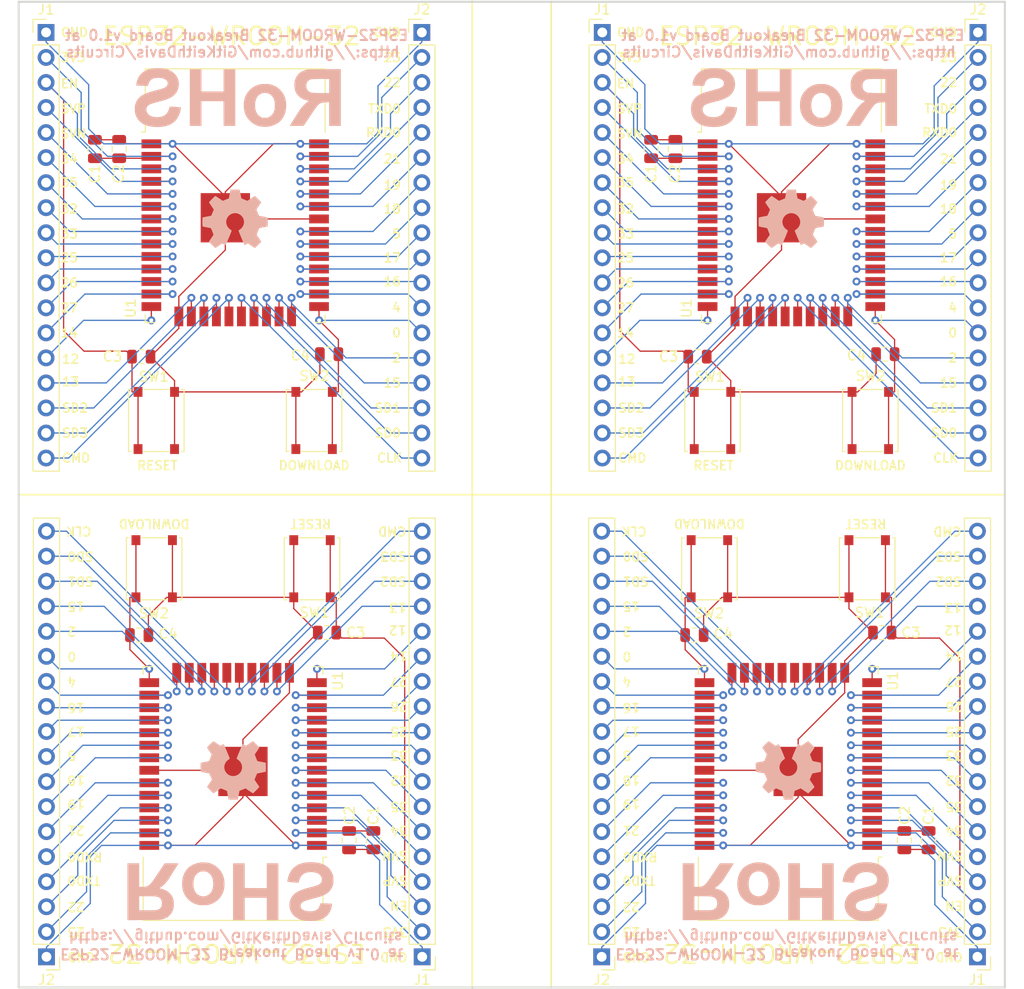
<source format=kicad_pcb>
(kicad_pcb (version 20171130) (host pcbnew 5.0.2+dfsg1-1~bpo9+1)
  (title_block (title "ESP32-WROOM-32 Breakout Board") (date 2020-03-01) (rev 1.0) (company https://github.com/GitHeithDavis/Circuits) (comment 1 "CERN Open Source Hardware License v1.2"))
  (layers (0 F.Cu signal) (31 B.Cu signal) (34 B.Paste user) (35 F.Paste user) (36 B.SilkS user) (37 F.SilkS user) (38 B.Mask user) (39 F.Mask user) (44 Edge.Cuts user))
  (net 0 "")
  (net 1 GND)
  (net 2 3V3)
  (net 3 EN)
  (net 4 SENSOR_VP)
  (net 5 SENSOR_VN)
  (net 6 IO34)
  (net 7 IO35)
  (net 8 IO32)
  (net 9 IO33)
  (net 10 IO25)
  (net 11 IO26)
  (net 12 IO27)
  (net 13 IO14)
  (net 14 IO12)
  (net 15 IO13)
  (net 16 SD2)
  (net 17 SD3)
  (net 18 CMD)
  (net 19 CLK)
  (net 20 SD0)
  (net 21 SD1)
  (net 22 IO15)
  (net 23 IO2)
  (net 24 IO0)
  (net 25 IO4)
  (net 26 IO16)
  (net 27 IO17)
  (net 28 IO5)
  (net 29 IO18)
  (net 30 IO19)
  (net 31 IO21)
  (net 32 RXD0)
  (net 33 TXD0)
  (net 34 IO22)
  (net 35 IO23)
  (module Capacitor_SMD:C_0805_2012Metric (layer F.Cu) (at 139.807829 135.061167 270)
    (fp_text reference C2 (at -2.521167 -0.046171 270) (layer F.SilkS))
    (fp_text value 22uF)
    (pad 1 smd roundrect (at -0.9375 0 270) (size 0.975 1.4) (layers F.Cu F.Paste F.Mask) (net 2 3V3))
    (pad 2 smd roundrect (at 0.9375 0 270) (size 0.975 1.4) (layers F.Cu F.Paste F.Mask) (net 1 GND))
  )
  (module Symbol:RoHS-Logo_6mm_SilkScreen (layer B.Cu) (at 127.789 140.287)
    (fp_text reference REF** hide)
    (fp_text value RoHS-Logo_6mm_SilkScreen hide)
  )
  (module Button_Switch_SMD:Button_Switch_Push_NO_LCSC_TS5215A160gf (layer F.Cu) (at 120.042 107.521 270)
    (fp_text reference SW2 (at 4.520001 0.030999) (layer F.SilkS))
    (fp_text value SW_Push)
    (pad 2 smd rect (at 2.9 1.85 270) (size 1 0.9) (layers F.Cu F.Paste F.Mask) (net 24 IO0))
    (pad 2 smd rect (at -2.9 1.85 270) (size 1 0.9) (layers F.Cu F.Paste F.Mask) (net 24 IO0))
    (pad 1 smd rect (at 2.9 -1.85 270) (size 1 0.9) (layers F.Cu F.Paste F.Mask) (net 1 GND))
    (pad 1 smd rect (at -2.9 -1.85 270) (size 1 0.9) (layers F.Cu F.Paste F.Mask) (net 1 GND))
  )
  (module Connector_PinHeader_2.54mm:PinHeader_1x18_P2.54mm_Vertical (layer F.Cu) (at 147.22 146.891 180)
    (fp_text reference J1 (at 0 -2.33 180) (layer F.SilkS))
    (fp_text value Conn_01x18)
    (pad 1 thru_hole rect (at 0 0 180) (size 1.7 1.7) (drill 1) (layers *.Cu *.Mask) (net 1 GND))
    (pad 2 thru_hole oval (at 0 2.54 180) (size 1.7 1.7) (drill 1) (layers *.Cu *.Mask) (net 2 3V3))
    (pad 3 thru_hole oval (at 0 5.08 180) (size 1.7 1.7) (drill 1) (layers *.Cu *.Mask) (net 3 EN))
    (pad 4 thru_hole oval (at 0 7.62 180) (size 1.7 1.7) (drill 1) (layers *.Cu *.Mask) (net 4 SENSOR_VP))
    (pad 5 thru_hole oval (at 0 10.16 180) (size 1.7 1.7) (drill 1) (layers *.Cu *.Mask) (net 5 SENSOR_VN))
    (pad 6 thru_hole oval (at 0 12.7 180) (size 1.7 1.7) (drill 1) (layers *.Cu *.Mask) (net 6 IO34))
    (pad 7 thru_hole oval (at 0 15.24 180) (size 1.7 1.7) (drill 1) (layers *.Cu *.Mask) (net 7 IO35))
    (pad 8 thru_hole oval (at 0 17.78 180) (size 1.7 1.7) (drill 1) (layers *.Cu *.Mask) (net 8 IO32))
    (pad 9 thru_hole oval (at 0 20.32 180) (size 1.7 1.7) (drill 1) (layers *.Cu *.Mask) (net 9 IO33))
    (pad 10 thru_hole oval (at 0 22.86 180) (size 1.7 1.7) (drill 1) (layers *.Cu *.Mask) (net 10 IO25))
    (pad 11 thru_hole oval (at 0 25.4 180) (size 1.7 1.7) (drill 1) (layers *.Cu *.Mask) (net 11 IO26))
    (pad 12 thru_hole oval (at 0 27.94 180) (size 1.7 1.7) (drill 1) (layers *.Cu *.Mask) (net 12 IO27))
    (pad 13 thru_hole oval (at 0 30.48 180) (size 1.7 1.7) (drill 1) (layers *.Cu *.Mask) (net 13 IO14))
    (pad 14 thru_hole oval (at 0 33.02 180) (size 1.7 1.7) (drill 1) (layers *.Cu *.Mask) (net 14 IO12))
    (pad 15 thru_hole oval (at 0 35.56 180) (size 1.7 1.7) (drill 1) (layers *.Cu *.Mask) (net 15 IO13))
    (pad 16 thru_hole oval (at 0 38.1 180) (size 1.7 1.7) (drill 1) (layers *.Cu *.Mask) (net 16 SD2))
    (pad 17 thru_hole oval (at 0 40.64 180) (size 1.7 1.7) (drill 1) (layers *.Cu *.Mask) (net 17 SD3))
    (pad 18 thru_hole oval (at 0 43.18 180) (size 1.7 1.7) (drill 1) (layers *.Cu *.Mask) (net 18 CMD))
  )
  (module Capacitor_SMD:C_0805_2012Metric (layer F.Cu) (at 142.267 135.061167 270)
    (fp_text reference C1 (at -2.521167 0 270) (layer F.SilkS))
    (fp_text value 22uF)
    (pad 2 smd roundrect (at 0.9375 0 270) (size 0.975 1.4) (layers F.Cu F.Paste F.Mask) (net 1 GND))
    (pad 1 smd roundrect (at -0.9375 0 270) (size 0.975 1.4) (layers F.Cu F.Paste F.Mask) (net 2 3V3))
  )
  (module Capacitor_SMD:C_0805_2012Metric (layer F.Cu) (at 118.518 114.252)
    (fp_text reference C4 (at 2.921 -0.127) (layer F.SilkS))
    (fp_text value 0.1uF)
    (pad 1 smd roundrect (at -0.9375 0) (size 0.975 1.4) (layers F.Cu F.Paste F.Mask) (net 24 IO0))
    (pad 2 smd roundrect (at 0.9375 0) (size 0.975 1.4) (layers F.Cu F.Paste F.Mask) (net 1 GND))
  )
  (module Connector_PinHeader_2.54mm:PinHeader_1x18_P2.54mm_Vertical (layer F.Cu) (at 109.12 146.891 180)
    (fp_text reference J2 (at 0 -2.33 180) (layer F.SilkS))
    (fp_text value Conn_01x18)
    (pad 1 thru_hole rect (at 0 0 180) (size 1.7 1.7) (drill 1) (layers *.Cu *.Mask) (net 1 GND))
    (pad 2 thru_hole oval (at 0 2.54 180) (size 1.7 1.7) (drill 1) (layers *.Cu *.Mask) (net 35 IO23))
    (pad 3 thru_hole oval (at 0 5.08 180) (size 1.7 1.7) (drill 1) (layers *.Cu *.Mask) (net 34 IO22))
    (pad 4 thru_hole oval (at 0 7.62 180) (size 1.7 1.7) (drill 1) (layers *.Cu *.Mask) (net 33 TXD0))
    (pad 5 thru_hole oval (at 0 10.16 180) (size 1.7 1.7) (drill 1) (layers *.Cu *.Mask) (net 32 RXD0))
    (pad 6 thru_hole oval (at 0 12.7 180) (size 1.7 1.7) (drill 1) (layers *.Cu *.Mask) (net 31 IO21))
    (pad 7 thru_hole oval (at 0 15.24 180) (size 1.7 1.7) (drill 1) (layers *.Cu *.Mask) (net 30 IO19))
    (pad 8 thru_hole oval (at 0 17.78 180) (size 1.7 1.7) (drill 1) (layers *.Cu *.Mask) (net 29 IO18))
    (pad 9 thru_hole oval (at 0 20.32 180) (size 1.7 1.7) (drill 1) (layers *.Cu *.Mask) (net 28 IO5))
    (pad 10 thru_hole oval (at 0 22.86 180) (size 1.7 1.7) (drill 1) (layers *.Cu *.Mask) (net 27 IO17))
    (pad 11 thru_hole oval (at 0 25.4 180) (size 1.7 1.7) (drill 1) (layers *.Cu *.Mask) (net 26 IO16))
    (pad 12 thru_hole oval (at 0 27.94 180) (size 1.7 1.7) (drill 1) (layers *.Cu *.Mask) (net 25 IO4))
    (pad 13 thru_hole oval (at 0 30.48 180) (size 1.7 1.7) (drill 1) (layers *.Cu *.Mask) (net 24 IO0))
    (pad 14 thru_hole oval (at 0 33.02 180) (size 1.7 1.7) (drill 1) (layers *.Cu *.Mask) (net 23 IO2))
    (pad 15 thru_hole oval (at 0 35.56 180) (size 1.7 1.7) (drill 1) (layers *.Cu *.Mask) (net 22 IO15))
    (pad 16 thru_hole oval (at 0 38.1 180) (size 1.7 1.7) (drill 1) (layers *.Cu *.Mask) (net 21 SD1))
    (pad 17 thru_hole oval (at 0 40.64 180) (size 1.7 1.7) (drill 1) (layers *.Cu *.Mask) (net 20 SD0))
    (pad 18 thru_hole oval (at 0 43.18 180) (size 1.7 1.7) (drill 1) (layers *.Cu *.Mask) (net 19 CLK))
  )
  (module Button_Switch_SMD:Button_Switch_Push_NO_LCSC_TS5215A160gf (layer F.Cu) (at 136.044 107.521 90)
    (fp_text reference SW1 (at -4.445 0.254 -180) (layer F.SilkS))
    (fp_text value SW_Push)
    (pad 1 smd rect (at -2.9 -1.85 90) (size 1 0.9) (layers F.Cu F.Paste F.Mask) (net 1 GND))
    (pad 1 smd rect (at 2.9 -1.85 90) (size 1 0.9) (layers F.Cu F.Paste F.Mask) (net 1 GND))
    (pad 2 smd rect (at -2.9 1.85 90) (size 1 0.9) (layers F.Cu F.Paste F.Mask) (net 3 EN))
    (pad 2 smd rect (at 2.9 1.85 90) (size 1 0.9) (layers F.Cu F.Paste F.Mask) (net 3 EN))
  )
  (module Capacitor_SMD:C_0805_2012Metric (layer F.Cu) (at 137.568 113.998 180)
    (fp_text reference C3 (at -2.921 0 180) (layer F.SilkS))
    (fp_text value 0.1uF)
    (pad 2 smd roundrect (at 0.9375 0 180) (size 0.975 1.4) (layers F.Cu F.Paste F.Mask) (net 1 GND))
    (pad 1 smd roundrect (at -0.9375 0 180) (size 0.975 1.4) (layers F.Cu F.Paste F.Mask) (net 3 EN))
  )
  (module Symbol:OSHW-Symbol_6.7x6mm_SilkScreen (layer B.Cu) (at 128.043 127.968)
    (fp_text reference REF** hide)
    (fp_text value OSHW-Symbol_6.7x6mm_SilkScreen hide)
  )
  (module RF_Module:ESP32-WROOM-32 (layer F.Cu) (at 128.043 127.333 180)
    (fp_text reference U1 (at -10.61 8.43 270) (layer F.SilkS))
    (fp_text value ESP32-WROOM-32)
    (pad 38 smd rect (at 8.5 -8.255 180) (size 2 0.9) (layers F.Cu F.Paste F.Mask) (net 1 GND))
    (pad 37 smd rect (at 8.5 -6.985 180) (size 2 0.9) (layers F.Cu F.Paste F.Mask) (net 35 IO23))
    (pad 36 smd rect (at 8.5 -5.715 180) (size 2 0.9) (layers F.Cu F.Paste F.Mask) (net 34 IO22))
    (pad 35 smd rect (at 8.5 -4.445 180) (size 2 0.9) (layers F.Cu F.Paste F.Mask) (net 33 TXD0))
    (pad 34 smd rect (at 8.5 -3.175 180) (size 2 0.9) (layers F.Cu F.Paste F.Mask) (net 32 RXD0))
    (pad 33 smd rect (at 8.5 -1.905 180) (size 2 0.9) (layers F.Cu F.Paste F.Mask) (net 31 IO21))
    (pad 32 smd rect (at 8.5 -0.635 180) (size 2 0.9) (layers F.Cu F.Paste F.Mask) (net 1 GND))
    (pad 31 smd rect (at 8.5 0.635 180) (size 2 0.9) (layers F.Cu F.Paste F.Mask) (net 30 IO19))
    (pad 30 smd rect (at 8.5 1.905 180) (size 2 0.9) (layers F.Cu F.Paste F.Mask) (net 29 IO18))
    (pad 29 smd rect (at 8.5 3.175 180) (size 2 0.9) (layers F.Cu F.Paste F.Mask) (net 28 IO5))
    (pad 28 smd rect (at 8.5 4.445 180) (size 2 0.9) (layers F.Cu F.Paste F.Mask) (net 27 IO17))
    (pad 27 smd rect (at 8.5 5.715 180) (size 2 0.9) (layers F.Cu F.Paste F.Mask) (net 26 IO16))
    (pad 26 smd rect (at 8.5 6.985 180) (size 2 0.9) (layers F.Cu F.Paste F.Mask) (net 25 IO4))
    (pad 25 smd rect (at 8.5 8.255 180) (size 2 0.9) (layers F.Cu F.Paste F.Mask) (net 24 IO0))
    (pad 24 smd rect (at 5.715 9.255 270) (size 2 0.9) (layers F.Cu F.Paste F.Mask) (net 23 IO2))
    (pad 23 smd rect (at 4.445 9.255 270) (size 2 0.9) (layers F.Cu F.Paste F.Mask) (net 22 IO15))
    (pad 22 smd rect (at 3.175 9.255 270) (size 2 0.9) (layers F.Cu F.Paste F.Mask) (net 21 SD1))
    (pad 21 smd rect (at 1.905 9.255 270) (size 2 0.9) (layers F.Cu F.Paste F.Mask) (net 20 SD0))
    (pad 20 smd rect (at 0.635 9.255 270) (size 2 0.9) (layers F.Cu F.Paste F.Mask) (net 19 CLK))
    (pad 19 smd rect (at -0.635 9.255 270) (size 2 0.9) (layers F.Cu F.Paste F.Mask) (net 18 CMD))
    (pad 18 smd rect (at -1.905 9.255 270) (size 2 0.9) (layers F.Cu F.Paste F.Mask) (net 17 SD3))
    (pad 17 smd rect (at -3.175 9.255 270) (size 2 0.9) (layers F.Cu F.Paste F.Mask) (net 16 SD2))
    (pad 16 smd rect (at -4.445 9.255 270) (size 2 0.9) (layers F.Cu F.Paste F.Mask) (net 15 IO13))
    (pad 15 smd rect (at -5.715 9.255 270) (size 2 0.9) (layers F.Cu F.Paste F.Mask) (net 1 GND))
    (pad 14 smd rect (at -8.5 8.255 180) (size 2 0.9) (layers F.Cu F.Paste F.Mask) (net 14 IO12))
    (pad 13 smd rect (at -8.5 6.985 180) (size 2 0.9) (layers F.Cu F.Paste F.Mask) (net 13 IO14))
    (pad 12 smd rect (at -8.5 5.715 180) (size 2 0.9) (layers F.Cu F.Paste F.Mask) (net 12 IO27))
    (pad 11 smd rect (at -8.5 4.445 180) (size 2 0.9) (layers F.Cu F.Paste F.Mask) (net 11 IO26))
    (pad 10 smd rect (at -8.5 3.175 180) (size 2 0.9) (layers F.Cu F.Paste F.Mask) (net 10 IO25))
    (pad 9 smd rect (at -8.5 1.905 180) (size 2 0.9) (layers F.Cu F.Paste F.Mask) (net 9 IO33))
    (pad 8 smd rect (at -8.5 0.635 180) (size 2 0.9) (layers F.Cu F.Paste F.Mask) (net 8 IO32))
    (pad 7 smd rect (at -8.5 -0.635 180) (size 2 0.9) (layers F.Cu F.Paste F.Mask) (net 7 IO35))
    (pad 6 smd rect (at -8.5 -1.905 180) (size 2 0.9) (layers F.Cu F.Paste F.Mask) (net 6 IO34))
    (pad 5 smd rect (at -8.5 -3.175 180) (size 2 0.9) (layers F.Cu F.Paste F.Mask) (net 5 SENSOR_VN))
    (pad 4 smd rect (at -8.5 -4.445 180) (size 2 0.9) (layers F.Cu F.Paste F.Mask) (net 4 SENSOR_VP))
    (pad 3 smd rect (at -8.5 -5.715 180) (size 2 0.9) (layers F.Cu F.Paste F.Mask) (net 3 EN))
    (pad 2 smd rect (at -8.5 -6.985 180) (size 2 0.9) (layers F.Cu F.Paste F.Mask) (net 2 3V3))
    (pad 1 smd rect (at -8.5 -8.255 180) (size 2 0.9) (layers F.Cu F.Paste F.Mask) (net 1 GND))
    (pad 39 smd rect (at -1 -0.755 180) (size 5 5) (layers F.Cu F.Paste F.Mask) (net 1 GND))
  )
  (module Symbol:RoHS-Logo_6mm_SilkScreen (layer B.Cu) (at 71.489 140.287)
    (fp_text reference REF** hide)
    (fp_text value RoHS-Logo_6mm_SilkScreen hide)
  )
  (module Button_Switch_SMD:Button_Switch_Push_NO_LCSC_TS5215A160gf (layer F.Cu) (at 79.744 107.521 90)
    (fp_text reference SW1 (at -4.445 0.254 -180) (layer F.SilkS))
    (fp_text value SW_Push)
    (pad 2 smd rect (at 2.9 1.85 90) (size 1 0.9) (layers F.Cu F.Paste F.Mask) (net 3 EN))
    (pad 2 smd rect (at -2.9 1.85 90) (size 1 0.9) (layers F.Cu F.Paste F.Mask) (net 3 EN))
    (pad 1 smd rect (at 2.9 -1.85 90) (size 1 0.9) (layers F.Cu F.Paste F.Mask) (net 1 GND))
    (pad 1 smd rect (at -2.9 -1.85 90) (size 1 0.9) (layers F.Cu F.Paste F.Mask) (net 1 GND))
  )
  (module Connector_PinHeader_2.54mm:PinHeader_1x18_P2.54mm_Vertical (layer F.Cu) (at 52.82 146.891 180)
    (fp_text reference J2 (at 0 -2.33) (layer F.SilkS))
    (fp_text value Conn_01x18)
    (pad 18 thru_hole oval (at 0 43.18 180) (size 1.7 1.7) (drill 1) (layers *.Cu *.Mask) (net 19 CLK))
    (pad 17 thru_hole oval (at 0 40.64 180) (size 1.7 1.7) (drill 1) (layers *.Cu *.Mask) (net 20 SD0))
    (pad 16 thru_hole oval (at 0 38.1 180) (size 1.7 1.7) (drill 1) (layers *.Cu *.Mask) (net 21 SD1))
    (pad 15 thru_hole oval (at 0 35.56 180) (size 1.7 1.7) (drill 1) (layers *.Cu *.Mask) (net 22 IO15))
    (pad 14 thru_hole oval (at 0 33.02 180) (size 1.7 1.7) (drill 1) (layers *.Cu *.Mask) (net 23 IO2))
    (pad 13 thru_hole oval (at 0 30.48 180) (size 1.7 1.7) (drill 1) (layers *.Cu *.Mask) (net 24 IO0))
    (pad 12 thru_hole oval (at 0 27.94 180) (size 1.7 1.7) (drill 1) (layers *.Cu *.Mask) (net 25 IO4))
    (pad 11 thru_hole oval (at 0 25.4 180) (size 1.7 1.7) (drill 1) (layers *.Cu *.Mask) (net 26 IO16))
    (pad 10 thru_hole oval (at 0 22.86 180) (size 1.7 1.7) (drill 1) (layers *.Cu *.Mask) (net 27 IO17))
    (pad 9 thru_hole oval (at 0 20.32 180) (size 1.7 1.7) (drill 1) (layers *.Cu *.Mask) (net 28 IO5))
    (pad 8 thru_hole oval (at 0 17.78 180) (size 1.7 1.7) (drill 1) (layers *.Cu *.Mask) (net 29 IO18))
    (pad 7 thru_hole oval (at 0 15.24 180) (size 1.7 1.7) (drill 1) (layers *.Cu *.Mask) (net 30 IO19))
    (pad 6 thru_hole oval (at 0 12.7 180) (size 1.7 1.7) (drill 1) (layers *.Cu *.Mask) (net 31 IO21))
    (pad 5 thru_hole oval (at 0 10.16 180) (size 1.7 1.7) (drill 1) (layers *.Cu *.Mask) (net 32 RXD0))
    (pad 4 thru_hole oval (at 0 7.62 180) (size 1.7 1.7) (drill 1) (layers *.Cu *.Mask) (net 33 TXD0))
    (pad 3 thru_hole oval (at 0 5.08 180) (size 1.7 1.7) (drill 1) (layers *.Cu *.Mask) (net 34 IO22))
    (pad 2 thru_hole oval (at 0 2.54 180) (size 1.7 1.7) (drill 1) (layers *.Cu *.Mask) (net 35 IO23))
    (pad 1 thru_hole rect (at 0 0 180) (size 1.7 1.7) (drill 1) (layers *.Cu *.Mask) (net 1 GND))
  )
  (module Capacitor_SMD:C_0805_2012Metric (layer F.Cu) (at 81.268 113.998 180)
    (fp_text reference C3 (at -2.921 0 180) (layer F.SilkS))
    (fp_text value 0.1uF)
    (pad 1 smd roundrect (at -0.9375 0 180) (size 0.975 1.4) (layers F.Cu F.Paste F.Mask) (net 3 EN))
    (pad 2 smd roundrect (at 0.9375 0 180) (size 0.975 1.4) (layers F.Cu F.Paste F.Mask) (net 1 GND))
  )
  (module Capacitor_SMD:C_0805_2012Metric (layer F.Cu) (at 85.967 135.061167 270)
    (fp_text reference C1 (at -2.521167 0 270) (layer F.SilkS))
    (fp_text value 22uF)
    (pad 1 smd roundrect (at -0.9375 0 270) (size 0.975 1.4) (layers F.Cu F.Paste F.Mask) (net 2 3V3))
    (pad 2 smd roundrect (at 0.9375 0 270) (size 0.975 1.4) (layers F.Cu F.Paste F.Mask) (net 1 GND))
  )
  (module RF_Module:ESP32-WROOM-32 (layer F.Cu) (at 71.743 127.333 180)
    (fp_text reference U1 (at -10.61 8.43 270) (layer F.SilkS))
    (fp_text value ESP32-WROOM-32)
    (pad 39 smd rect (at -1 -0.755 180) (size 5 5) (layers F.Cu F.Paste F.Mask) (net 1 GND))
    (pad 1 smd rect (at -8.5 -8.255 180) (size 2 0.9) (layers F.Cu F.Paste F.Mask) (net 1 GND))
    (pad 2 smd rect (at -8.5 -6.985 180) (size 2 0.9) (layers F.Cu F.Paste F.Mask) (net 2 3V3))
    (pad 3 smd rect (at -8.5 -5.715 180) (size 2 0.9) (layers F.Cu F.Paste F.Mask) (net 3 EN))
    (pad 4 smd rect (at -8.5 -4.445 180) (size 2 0.9) (layers F.Cu F.Paste F.Mask) (net 4 SENSOR_VP))
    (pad 5 smd rect (at -8.5 -3.175 180) (size 2 0.9) (layers F.Cu F.Paste F.Mask) (net 5 SENSOR_VN))
    (pad 6 smd rect (at -8.5 -1.905 180) (size 2 0.9) (layers F.Cu F.Paste F.Mask) (net 6 IO34))
    (pad 7 smd rect (at -8.5 -0.635 180) (size 2 0.9) (layers F.Cu F.Paste F.Mask) (net 7 IO35))
    (pad 8 smd rect (at -8.5 0.635 180) (size 2 0.9) (layers F.Cu F.Paste F.Mask) (net 8 IO32))
    (pad 9 smd rect (at -8.5 1.905 180) (size 2 0.9) (layers F.Cu F.Paste F.Mask) (net 9 IO33))
    (pad 10 smd rect (at -8.5 3.175 180) (size 2 0.9) (layers F.Cu F.Paste F.Mask) (net 10 IO25))
    (pad 11 smd rect (at -8.5 4.445 180) (size 2 0.9) (layers F.Cu F.Paste F.Mask) (net 11 IO26))
    (pad 12 smd rect (at -8.5 5.715 180) (size 2 0.9) (layers F.Cu F.Paste F.Mask) (net 12 IO27))
    (pad 13 smd rect (at -8.5 6.985 180) (size 2 0.9) (layers F.Cu F.Paste F.Mask) (net 13 IO14))
    (pad 14 smd rect (at -8.5 8.255 180) (size 2 0.9) (layers F.Cu F.Paste F.Mask) (net 14 IO12))
    (pad 15 smd rect (at -5.715 9.255 270) (size 2 0.9) (layers F.Cu F.Paste F.Mask) (net 1 GND))
    (pad 16 smd rect (at -4.445 9.255 270) (size 2 0.9) (layers F.Cu F.Paste F.Mask) (net 15 IO13))
    (pad 17 smd rect (at -3.175 9.255 270) (size 2 0.9) (layers F.Cu F.Paste F.Mask) (net 16 SD2))
    (pad 18 smd rect (at -1.905 9.255 270) (size 2 0.9) (layers F.Cu F.Paste F.Mask) (net 17 SD3))
    (pad 19 smd rect (at -0.635 9.255 270) (size 2 0.9) (layers F.Cu F.Paste F.Mask) (net 18 CMD))
    (pad 20 smd rect (at 0.635 9.255 270) (size 2 0.9) (layers F.Cu F.Paste F.Mask) (net 19 CLK))
    (pad 21 smd rect (at 1.905 9.255 270) (size 2 0.9) (layers F.Cu F.Paste F.Mask) (net 20 SD0))
    (pad 22 smd rect (at 3.175 9.255 270) (size 2 0.9) (layers F.Cu F.Paste F.Mask) (net 21 SD1))
    (pad 23 smd rect (at 4.445 9.255 270) (size 2 0.9) (layers F.Cu F.Paste F.Mask) (net 22 IO15))
    (pad 24 smd rect (at 5.715 9.255 270) (size 2 0.9) (layers F.Cu F.Paste F.Mask) (net 23 IO2))
    (pad 25 smd rect (at 8.5 8.255 180) (size 2 0.9) (layers F.Cu F.Paste F.Mask) (net 24 IO0))
    (pad 26 smd rect (at 8.5 6.985 180) (size 2 0.9) (layers F.Cu F.Paste F.Mask) (net 25 IO4))
    (pad 27 smd rect (at 8.5 5.715 180) (size 2 0.9) (layers F.Cu F.Paste F.Mask) (net 26 IO16))
    (pad 28 smd rect (at 8.5 4.445 180) (size 2 0.9) (layers F.Cu F.Paste F.Mask) (net 27 IO17))
    (pad 29 smd rect (at 8.5 3.175 180) (size 2 0.9) (layers F.Cu F.Paste F.Mask) (net 28 IO5))
    (pad 30 smd rect (at 8.5 1.905 180) (size 2 0.9) (layers F.Cu F.Paste F.Mask) (net 29 IO18))
    (pad 31 smd rect (at 8.5 0.635 180) (size 2 0.9) (layers F.Cu F.Paste F.Mask) (net 30 IO19))
    (pad 32 smd rect (at 8.5 -0.635 180) (size 2 0.9) (layers F.Cu F.Paste F.Mask) (net 1 GND))
    (pad 33 smd rect (at 8.5 -1.905 180) (size 2 0.9) (layers F.Cu F.Paste F.Mask) (net 31 IO21))
    (pad 34 smd rect (at 8.5 -3.175 180) (size 2 0.9) (layers F.Cu F.Paste F.Mask) (net 32 RXD0))
    (pad 35 smd rect (at 8.5 -4.445 180) (size 2 0.9) (layers F.Cu F.Paste F.Mask) (net 33 TXD0))
    (pad 36 smd rect (at 8.5 -5.715 180) (size 2 0.9) (layers F.Cu F.Paste F.Mask) (net 34 IO22))
    (pad 37 smd rect (at 8.5 -6.985 180) (size 2 0.9) (layers F.Cu F.Paste F.Mask) (net 35 IO23))
    (pad 38 smd rect (at 8.5 -8.255 180) (size 2 0.9) (layers F.Cu F.Paste F.Mask) (net 1 GND))
  )
  (module Connector_PinHeader_2.54mm:PinHeader_1x18_P2.54mm_Vertical (layer F.Cu) (at 90.92 146.891 180)
    (fp_text reference J1 (at 0 -2.33) (layer F.SilkS))
    (fp_text value Conn_01x18)
    (pad 18 thru_hole oval (at 0 43.18 180) (size 1.7 1.7) (drill 1) (layers *.Cu *.Mask) (net 18 CMD))
    (pad 17 thru_hole oval (at 0 40.64 180) (size 1.7 1.7) (drill 1) (layers *.Cu *.Mask) (net 17 SD3))
    (pad 16 thru_hole oval (at 0 38.1 180) (size 1.7 1.7) (drill 1) (layers *.Cu *.Mask) (net 16 SD2))
    (pad 15 thru_hole oval (at 0 35.56 180) (size 1.7 1.7) (drill 1) (layers *.Cu *.Mask) (net 15 IO13))
    (pad 14 thru_hole oval (at 0 33.02 180) (size 1.7 1.7) (drill 1) (layers *.Cu *.Mask) (net 14 IO12))
    (pad 13 thru_hole oval (at 0 30.48 180) (size 1.7 1.7) (drill 1) (layers *.Cu *.Mask) (net 13 IO14))
    (pad 12 thru_hole oval (at 0 27.94 180) (size 1.7 1.7) (drill 1) (layers *.Cu *.Mask) (net 12 IO27))
    (pad 11 thru_hole oval (at 0 25.4 180) (size 1.7 1.7) (drill 1) (layers *.Cu *.Mask) (net 11 IO26))
    (pad 10 thru_hole oval (at 0 22.86 180) (size 1.7 1.7) (drill 1) (layers *.Cu *.Mask) (net 10 IO25))
    (pad 9 thru_hole oval (at 0 20.32 180) (size 1.7 1.7) (drill 1) (layers *.Cu *.Mask) (net 9 IO33))
    (pad 8 thru_hole oval (at 0 17.78 180) (size 1.7 1.7) (drill 1) (layers *.Cu *.Mask) (net 8 IO32))
    (pad 7 thru_hole oval (at 0 15.24 180) (size 1.7 1.7) (drill 1) (layers *.Cu *.Mask) (net 7 IO35))
    (pad 6 thru_hole oval (at 0 12.7 180) (size 1.7 1.7) (drill 1) (layers *.Cu *.Mask) (net 6 IO34))
    (pad 5 thru_hole oval (at 0 10.16 180) (size 1.7 1.7) (drill 1) (layers *.Cu *.Mask) (net 5 SENSOR_VN))
    (pad 4 thru_hole oval (at 0 7.62 180) (size 1.7 1.7) (drill 1) (layers *.Cu *.Mask) (net 4 SENSOR_VP))
    (pad 3 thru_hole oval (at 0 5.08 180) (size 1.7 1.7) (drill 1) (layers *.Cu *.Mask) (net 3 EN))
    (pad 2 thru_hole oval (at 0 2.54 180) (size 1.7 1.7) (drill 1) (layers *.Cu *.Mask) (net 2 3V3))
    (pad 1 thru_hole rect (at 0 0 180) (size 1.7 1.7) (drill 1) (layers *.Cu *.Mask) (net 1 GND))
  )
  (module Capacitor_SMD:C_0805_2012Metric (layer F.Cu) (at 83.507829 135.061167 270)
    (fp_text reference C2 (at -2.521167 -0.046171 270) (layer F.SilkS))
    (fp_text value 22uF)
    (pad 2 smd roundrect (at 0.9375 0 270) (size 0.975 1.4) (layers F.Cu F.Paste F.Mask) (net 1 GND))
    (pad 1 smd roundrect (at -0.9375 0 270) (size 0.975 1.4) (layers F.Cu F.Paste F.Mask) (net 2 3V3))
  )
  (module Capacitor_SMD:C_0805_2012Metric (layer F.Cu) (at 62.218 114.252)
    (fp_text reference C4 (at 2.921 -0.127) (layer F.SilkS))
    (fp_text value 0.1uF)
    (pad 2 smd roundrect (at 0.9375 0) (size 0.975 1.4) (layers F.Cu F.Paste F.Mask) (net 1 GND))
    (pad 1 smd roundrect (at -0.9375 0) (size 0.975 1.4) (layers F.Cu F.Paste F.Mask) (net 24 IO0))
  )
  (module Symbol:OSHW-Symbol_6.7x6mm_SilkScreen (layer B.Cu) (at 71.743 127.968)
    (fp_text reference REF** hide)
    (fp_text value OSHW-Symbol_6.7x6mm_SilkScreen hide)
  )
  (module Button_Switch_SMD:Button_Switch_Push_NO_LCSC_TS5215A160gf (layer F.Cu) (at 63.742 107.521 270)
    (fp_text reference SW2 (at 4.520001 0.030999) (layer F.SilkS))
    (fp_text value SW_Push)
    (pad 1 smd rect (at -2.9 -1.85 270) (size 1 0.9) (layers F.Cu F.Paste F.Mask) (net 1 GND))
    (pad 1 smd rect (at 2.9 -1.85 270) (size 1 0.9) (layers F.Cu F.Paste F.Mask) (net 1 GND))
    (pad 2 smd rect (at -2.9 1.85 270) (size 1 0.9) (layers F.Cu F.Paste F.Mask) (net 24 IO0))
    (pad 2 smd rect (at 2.9 1.85 270) (size 1 0.9) (layers F.Cu F.Paste F.Mask) (net 24 IO0))
  )
  (module Symbol:RoHS-Logo_6mm_SilkScreen (layer B.Cu) (at 72.211 59.713 180)
    (fp_text reference REF** hide)
    (fp_text value RoHS-Logo_6mm_SilkScreen hide)
  )
  (module Capacitor_SMD:C_0805_2012Metric (layer F.Cu) (at 81.482 85.748 180)
    (fp_text reference C4 (at 2.921 -0.127 180) (layer F.SilkS))
    (fp_text value 0.1uF)
    (pad 1 smd roundrect (at -0.9375 0 180) (size 0.975 1.4) (layers F.Cu F.Paste F.Mask) (net 24 IO0))
    (pad 2 smd roundrect (at 0.9375 0 180) (size 0.975 1.4) (layers F.Cu F.Paste F.Mask) (net 1 GND))
  )
  (module Symbol:OSHW-Symbol_6.7x6mm_SilkScreen (layer B.Cu) (at 71.957 72.032 180)
    (fp_text reference REF** hide)
    (fp_text value OSHW-Symbol_6.7x6mm_SilkScreen hide)
  )
  (module Button_Switch_SMD:Button_Switch_Push_NO_LCSC_TS5215A160gf (layer F.Cu) (at 79.958 92.479 90)
    (fp_text reference SW2 (at 4.520001 0.030999 180) (layer F.SilkS))
    (fp_text value SW_Push)
    (pad 2 smd rect (at 2.9 1.85 90) (size 1 0.9) (layers F.Cu F.Paste F.Mask) (net 24 IO0))
    (pad 2 smd rect (at -2.9 1.85 90) (size 1 0.9) (layers F.Cu F.Paste F.Mask) (net 24 IO0))
    (pad 1 smd rect (at 2.9 -1.85 90) (size 1 0.9) (layers F.Cu F.Paste F.Mask) (net 1 GND))
    (pad 1 smd rect (at -2.9 -1.85 90) (size 1 0.9) (layers F.Cu F.Paste F.Mask) (net 1 GND))
  )
  (module Capacitor_SMD:C_0805_2012Metric (layer F.Cu) (at 62.432 86.002)
    (fp_text reference C3 (at -2.921 0) (layer F.SilkS))
    (fp_text value 0.1uF)
    (pad 2 smd roundrect (at 0.9375 0) (size 0.975 1.4) (layers F.Cu F.Paste F.Mask) (net 1 GND))
    (pad 1 smd roundrect (at -0.9375 0) (size 0.975 1.4) (layers F.Cu F.Paste F.Mask) (net 3 EN))
  )
  (module Capacitor_SMD:C_0805_2012Metric (layer F.Cu) (at 57.733 64.938833 90)
    (fp_text reference C1 (at -2.521167 0 90) (layer F.SilkS))
    (fp_text value 22uF)
    (pad 2 smd roundrect (at 0.9375 0 90) (size 0.975 1.4) (layers F.Cu F.Paste F.Mask) (net 1 GND))
    (pad 1 smd roundrect (at -0.9375 0 90) (size 0.975 1.4) (layers F.Cu F.Paste F.Mask) (net 2 3V3))
  )
  (module Connector_PinHeader_2.54mm:PinHeader_1x18_P2.54mm_Vertical (layer F.Cu) (at 90.88 53.109)
    (fp_text reference J2 (at 0 -2.33) (layer F.SilkS))
    (fp_text value Conn_01x18)
    (pad 1 thru_hole rect (at 0 0) (size 1.7 1.7) (drill 1) (layers *.Cu *.Mask) (net 1 GND))
    (pad 2 thru_hole oval (at 0 2.54) (size 1.7 1.7) (drill 1) (layers *.Cu *.Mask) (net 35 IO23))
    (pad 3 thru_hole oval (at 0 5.08) (size 1.7 1.7) (drill 1) (layers *.Cu *.Mask) (net 34 IO22))
    (pad 4 thru_hole oval (at 0 7.62) (size 1.7 1.7) (drill 1) (layers *.Cu *.Mask) (net 33 TXD0))
    (pad 5 thru_hole oval (at 0 10.16) (size 1.7 1.7) (drill 1) (layers *.Cu *.Mask) (net 32 RXD0))
    (pad 6 thru_hole oval (at 0 12.7) (size 1.7 1.7) (drill 1) (layers *.Cu *.Mask) (net 31 IO21))
    (pad 7 thru_hole oval (at 0 15.24) (size 1.7 1.7) (drill 1) (layers *.Cu *.Mask) (net 30 IO19))
    (pad 8 thru_hole oval (at 0 17.78) (size 1.7 1.7) (drill 1) (layers *.Cu *.Mask) (net 29 IO18))
    (pad 9 thru_hole oval (at 0 20.32) (size 1.7 1.7) (drill 1) (layers *.Cu *.Mask) (net 28 IO5))
    (pad 10 thru_hole oval (at 0 22.86) (size 1.7 1.7) (drill 1) (layers *.Cu *.Mask) (net 27 IO17))
    (pad 11 thru_hole oval (at 0 25.4) (size 1.7 1.7) (drill 1) (layers *.Cu *.Mask) (net 26 IO16))
    (pad 12 thru_hole oval (at 0 27.94) (size 1.7 1.7) (drill 1) (layers *.Cu *.Mask) (net 25 IO4))
    (pad 13 thru_hole oval (at 0 30.48) (size 1.7 1.7) (drill 1) (layers *.Cu *.Mask) (net 24 IO0))
    (pad 14 thru_hole oval (at 0 33.02) (size 1.7 1.7) (drill 1) (layers *.Cu *.Mask) (net 23 IO2))
    (pad 15 thru_hole oval (at 0 35.56) (size 1.7 1.7) (drill 1) (layers *.Cu *.Mask) (net 22 IO15))
    (pad 16 thru_hole oval (at 0 38.1) (size 1.7 1.7) (drill 1) (layers *.Cu *.Mask) (net 21 SD1))
    (pad 17 thru_hole oval (at 0 40.64) (size 1.7 1.7) (drill 1) (layers *.Cu *.Mask) (net 20 SD0))
    (pad 18 thru_hole oval (at 0 43.18) (size 1.7 1.7) (drill 1) (layers *.Cu *.Mask) (net 19 CLK))
  )
  (module Button_Switch_SMD:Button_Switch_Push_NO_LCSC_TS5215A160gf (layer F.Cu) (at 63.956 92.479 270)
    (fp_text reference SW1 (at -4.445 0.254) (layer F.SilkS))
    (fp_text value SW_Push)
    (pad 1 smd rect (at -2.9 -1.85 270) (size 1 0.9) (layers F.Cu F.Paste F.Mask) (net 1 GND))
    (pad 1 smd rect (at 2.9 -1.85 270) (size 1 0.9) (layers F.Cu F.Paste F.Mask) (net 1 GND))
    (pad 2 smd rect (at -2.9 1.85 270) (size 1 0.9) (layers F.Cu F.Paste F.Mask) (net 3 EN))
    (pad 2 smd rect (at 2.9 1.85 270) (size 1 0.9) (layers F.Cu F.Paste F.Mask) (net 3 EN))
  )
  (module Connector_PinHeader_2.54mm:PinHeader_1x18_P2.54mm_Vertical (layer F.Cu) (at 52.78 53.109)
    (fp_text reference J1 (at 0 -2.33) (layer F.SilkS))
    (fp_text value Conn_01x18)
    (pad 1 thru_hole rect (at 0 0) (size 1.7 1.7) (drill 1) (layers *.Cu *.Mask) (net 1 GND))
    (pad 2 thru_hole oval (at 0 2.54) (size 1.7 1.7) (drill 1) (layers *.Cu *.Mask) (net 2 3V3))
    (pad 3 thru_hole oval (at 0 5.08) (size 1.7 1.7) (drill 1) (layers *.Cu *.Mask) (net 3 EN))
    (pad 4 thru_hole oval (at 0 7.62) (size 1.7 1.7) (drill 1) (layers *.Cu *.Mask) (net 4 SENSOR_VP))
    (pad 5 thru_hole oval (at 0 10.16) (size 1.7 1.7) (drill 1) (layers *.Cu *.Mask) (net 5 SENSOR_VN))
    (pad 6 thru_hole oval (at 0 12.7) (size 1.7 1.7) (drill 1) (layers *.Cu *.Mask) (net 6 IO34))
    (pad 7 thru_hole oval (at 0 15.24) (size 1.7 1.7) (drill 1) (layers *.Cu *.Mask) (net 7 IO35))
    (pad 8 thru_hole oval (at 0 17.78) (size 1.7 1.7) (drill 1) (layers *.Cu *.Mask) (net 8 IO32))
    (pad 9 thru_hole oval (at 0 20.32) (size 1.7 1.7) (drill 1) (layers *.Cu *.Mask) (net 9 IO33))
    (pad 10 thru_hole oval (at 0 22.86) (size 1.7 1.7) (drill 1) (layers *.Cu *.Mask) (net 10 IO25))
    (pad 11 thru_hole oval (at 0 25.4) (size 1.7 1.7) (drill 1) (layers *.Cu *.Mask) (net 11 IO26))
    (pad 12 thru_hole oval (at 0 27.94) (size 1.7 1.7) (drill 1) (layers *.Cu *.Mask) (net 12 IO27))
    (pad 13 thru_hole oval (at 0 30.48) (size 1.7 1.7) (drill 1) (layers *.Cu *.Mask) (net 13 IO14))
    (pad 14 thru_hole oval (at 0 33.02) (size 1.7 1.7) (drill 1) (layers *.Cu *.Mask) (net 14 IO12))
    (pad 15 thru_hole oval (at 0 35.56) (size 1.7 1.7) (drill 1) (layers *.Cu *.Mask) (net 15 IO13))
    (pad 16 thru_hole oval (at 0 38.1) (size 1.7 1.7) (drill 1) (layers *.Cu *.Mask) (net 16 SD2))
    (pad 17 thru_hole oval (at 0 40.64) (size 1.7 1.7) (drill 1) (layers *.Cu *.Mask) (net 17 SD3))
    (pad 18 thru_hole oval (at 0 43.18) (size 1.7 1.7) (drill 1) (layers *.Cu *.Mask) (net 18 CMD))
  )
  (module Capacitor_SMD:C_0805_2012Metric (layer F.Cu) (at 60.192171 64.938833 90)
    (fp_text reference C2 (at -2.521167 -0.046171 90) (layer F.SilkS))
    (fp_text value 22uF)
    (pad 1 smd roundrect (at -0.9375 0 90) (size 0.975 1.4) (layers F.Cu F.Paste F.Mask) (net 2 3V3))
    (pad 2 smd roundrect (at 0.9375 0 90) (size 0.975 1.4) (layers F.Cu F.Paste F.Mask) (net 1 GND))
  )
  (module RF_Module:ESP32-WROOM-32 (layer F.Cu) (at 71.957 72.667)
    (fp_text reference U1 (at -10.61 8.43 90) (layer F.SilkS))
    (fp_text value ESP32-WROOM-32)
    (pad 38 smd rect (at 8.5 -8.255) (size 2 0.9) (layers F.Cu F.Paste F.Mask) (net 1 GND))
    (pad 37 smd rect (at 8.5 -6.985) (size 2 0.9) (layers F.Cu F.Paste F.Mask) (net 35 IO23))
    (pad 36 smd rect (at 8.5 -5.715) (size 2 0.9) (layers F.Cu F.Paste F.Mask) (net 34 IO22))
    (pad 35 smd rect (at 8.5 -4.445) (size 2 0.9) (layers F.Cu F.Paste F.Mask) (net 33 TXD0))
    (pad 34 smd rect (at 8.5 -3.175) (size 2 0.9) (layers F.Cu F.Paste F.Mask) (net 32 RXD0))
    (pad 33 smd rect (at 8.5 -1.905) (size 2 0.9) (layers F.Cu F.Paste F.Mask) (net 31 IO21))
    (pad 32 smd rect (at 8.5 -0.635) (size 2 0.9) (layers F.Cu F.Paste F.Mask) (net 1 GND))
    (pad 31 smd rect (at 8.5 0.635) (size 2 0.9) (layers F.Cu F.Paste F.Mask) (net 30 IO19))
    (pad 30 smd rect (at 8.5 1.905) (size 2 0.9) (layers F.Cu F.Paste F.Mask) (net 29 IO18))
    (pad 29 smd rect (at 8.5 3.175) (size 2 0.9) (layers F.Cu F.Paste F.Mask) (net 28 IO5))
    (pad 28 smd rect (at 8.5 4.445) (size 2 0.9) (layers F.Cu F.Paste F.Mask) (net 27 IO17))
    (pad 27 smd rect (at 8.5 5.715) (size 2 0.9) (layers F.Cu F.Paste F.Mask) (net 26 IO16))
    (pad 26 smd rect (at 8.5 6.985) (size 2 0.9) (layers F.Cu F.Paste F.Mask) (net 25 IO4))
    (pad 25 smd rect (at 8.5 8.255) (size 2 0.9) (layers F.Cu F.Paste F.Mask) (net 24 IO0))
    (pad 24 smd rect (at 5.715 9.255 90) (size 2 0.9) (layers F.Cu F.Paste F.Mask) (net 23 IO2))
    (pad 23 smd rect (at 4.445 9.255 90) (size 2 0.9) (layers F.Cu F.Paste F.Mask) (net 22 IO15))
    (pad 22 smd rect (at 3.175 9.255 90) (size 2 0.9) (layers F.Cu F.Paste F.Mask) (net 21 SD1))
    (pad 21 smd rect (at 1.905 9.255 90) (size 2 0.9) (layers F.Cu F.Paste F.Mask) (net 20 SD0))
    (pad 20 smd rect (at 0.635 9.255 90) (size 2 0.9) (layers F.Cu F.Paste F.Mask) (net 19 CLK))
    (pad 19 smd rect (at -0.635 9.255 90) (size 2 0.9) (layers F.Cu F.Paste F.Mask) (net 18 CMD))
    (pad 18 smd rect (at -1.905 9.255 90) (size 2 0.9) (layers F.Cu F.Paste F.Mask) (net 17 SD3))
    (pad 17 smd rect (at -3.175 9.255 90) (size 2 0.9) (layers F.Cu F.Paste F.Mask) (net 16 SD2))
    (pad 16 smd rect (at -4.445 9.255 90) (size 2 0.9) (layers F.Cu F.Paste F.Mask) (net 15 IO13))
    (pad 15 smd rect (at -5.715 9.255 90) (size 2 0.9) (layers F.Cu F.Paste F.Mask) (net 1 GND))
    (pad 14 smd rect (at -8.5 8.255) (size 2 0.9) (layers F.Cu F.Paste F.Mask) (net 14 IO12))
    (pad 13 smd rect (at -8.5 6.985) (size 2 0.9) (layers F.Cu F.Paste F.Mask) (net 13 IO14))
    (pad 12 smd rect (at -8.5 5.715) (size 2 0.9) (layers F.Cu F.Paste F.Mask) (net 12 IO27))
    (pad 11 smd rect (at -8.5 4.445) (size 2 0.9) (layers F.Cu F.Paste F.Mask) (net 11 IO26))
    (pad 10 smd rect (at -8.5 3.175) (size 2 0.9) (layers F.Cu F.Paste F.Mask) (net 10 IO25))
    (pad 9 smd rect (at -8.5 1.905) (size 2 0.9) (layers F.Cu F.Paste F.Mask) (net 9 IO33))
    (pad 8 smd rect (at -8.5 0.635) (size 2 0.9) (layers F.Cu F.Paste F.Mask) (net 8 IO32))
    (pad 7 smd rect (at -8.5 -0.635) (size 2 0.9) (layers F.Cu F.Paste F.Mask) (net 7 IO35))
    (pad 6 smd rect (at -8.5 -1.905) (size 2 0.9) (layers F.Cu F.Paste F.Mask) (net 6 IO34))
    (pad 5 smd rect (at -8.5 -3.175) (size 2 0.9) (layers F.Cu F.Paste F.Mask) (net 5 SENSOR_VN))
    (pad 4 smd rect (at -8.5 -4.445) (size 2 0.9) (layers F.Cu F.Paste F.Mask) (net 4 SENSOR_VP))
    (pad 3 smd rect (at -8.5 -5.715) (size 2 0.9) (layers F.Cu F.Paste F.Mask) (net 3 EN))
    (pad 2 smd rect (at -8.5 -6.985) (size 2 0.9) (layers F.Cu F.Paste F.Mask) (net 2 3V3))
    (pad 1 smd rect (at -8.5 -8.255) (size 2 0.9) (layers F.Cu F.Paste F.Mask) (net 1 GND))
    (pad 39 smd rect (at -1 -0.755) (size 5 5) (layers F.Cu F.Paste F.Mask) (net 1 GND))
  )
  (module Connector_PinHeader_2.54mm:PinHeader_1x18_P2.54mm_Vertical (layer F.Cu) (at 109.18 53.109)
    (fp_text reference J1 (at 0 -2.33) (layer F.SilkS))
    (fp_text value Conn_01x18)
    (pad 18 thru_hole oval (at 0 43.18) (size 1.7 1.7) (drill 1) (layers *.Cu *.Mask) (net 18 CMD))
    (pad 17 thru_hole oval (at 0 40.64) (size 1.7 1.7) (drill 1) (layers *.Cu *.Mask) (net 17 SD3))
    (pad 16 thru_hole oval (at 0 38.1) (size 1.7 1.7) (drill 1) (layers *.Cu *.Mask) (net 16 SD2))
    (pad 15 thru_hole oval (at 0 35.56) (size 1.7 1.7) (drill 1) (layers *.Cu *.Mask) (net 15 IO13))
    (pad 14 thru_hole oval (at 0 33.02) (size 1.7 1.7) (drill 1) (layers *.Cu *.Mask) (net 14 IO12))
    (pad 13 thru_hole oval (at 0 30.48) (size 1.7 1.7) (drill 1) (layers *.Cu *.Mask) (net 13 IO14))
    (pad 12 thru_hole oval (at 0 27.94) (size 1.7 1.7) (drill 1) (layers *.Cu *.Mask) (net 12 IO27))
    (pad 11 thru_hole oval (at 0 25.4) (size 1.7 1.7) (drill 1) (layers *.Cu *.Mask) (net 11 IO26))
    (pad 10 thru_hole oval (at 0 22.86) (size 1.7 1.7) (drill 1) (layers *.Cu *.Mask) (net 10 IO25))
    (pad 9 thru_hole oval (at 0 20.32) (size 1.7 1.7) (drill 1) (layers *.Cu *.Mask) (net 9 IO33))
    (pad 8 thru_hole oval (at 0 17.78) (size 1.7 1.7) (drill 1) (layers *.Cu *.Mask) (net 8 IO32))
    (pad 7 thru_hole oval (at 0 15.24) (size 1.7 1.7) (drill 1) (layers *.Cu *.Mask) (net 7 IO35))
    (pad 6 thru_hole oval (at 0 12.7) (size 1.7 1.7) (drill 1) (layers *.Cu *.Mask) (net 6 IO34))
    (pad 5 thru_hole oval (at 0 10.16) (size 1.7 1.7) (drill 1) (layers *.Cu *.Mask) (net 5 SENSOR_VN))
    (pad 4 thru_hole oval (at 0 7.62) (size 1.7 1.7) (drill 1) (layers *.Cu *.Mask) (net 4 SENSOR_VP))
    (pad 3 thru_hole oval (at 0 5.08) (size 1.7 1.7) (drill 1) (layers *.Cu *.Mask) (net 3 EN))
    (pad 2 thru_hole oval (at 0 2.54) (size 1.7 1.7) (drill 1) (layers *.Cu *.Mask) (net 2 3V3))
    (pad 1 thru_hole rect (at 0 0) (size 1.7 1.7) (drill 1) (layers *.Cu *.Mask) (net 1 GND))
  )
  (module RF_Module:ESP32-WROOM-32 (layer F.Cu) (at 128.357 72.667)
    (fp_text reference U1 (at -10.61 8.43 90) (layer F.SilkS))
    (fp_text value ESP32-WROOM-32)
    (pad 39 smd rect (at -1 -0.755) (size 5 5) (layers F.Cu F.Paste F.Mask) (net 1 GND))
    (pad 1 smd rect (at -8.5 -8.255) (size 2 0.9) (layers F.Cu F.Paste F.Mask) (net 1 GND))
    (pad 2 smd rect (at -8.5 -6.985) (size 2 0.9) (layers F.Cu F.Paste F.Mask) (net 2 3V3))
    (pad 3 smd rect (at -8.5 -5.715) (size 2 0.9) (layers F.Cu F.Paste F.Mask) (net 3 EN))
    (pad 4 smd rect (at -8.5 -4.445) (size 2 0.9) (layers F.Cu F.Paste F.Mask) (net 4 SENSOR_VP))
    (pad 5 smd rect (at -8.5 -3.175) (size 2 0.9) (layers F.Cu F.Paste F.Mask) (net 5 SENSOR_VN))
    (pad 6 smd rect (at -8.5 -1.905) (size 2 0.9) (layers F.Cu F.Paste F.Mask) (net 6 IO34))
    (pad 7 smd rect (at -8.5 -0.635) (size 2 0.9) (layers F.Cu F.Paste F.Mask) (net 7 IO35))
    (pad 8 smd rect (at -8.5 0.635) (size 2 0.9) (layers F.Cu F.Paste F.Mask) (net 8 IO32))
    (pad 9 smd rect (at -8.5 1.905) (size 2 0.9) (layers F.Cu F.Paste F.Mask) (net 9 IO33))
    (pad 10 smd rect (at -8.5 3.175) (size 2 0.9) (layers F.Cu F.Paste F.Mask) (net 10 IO25))
    (pad 11 smd rect (at -8.5 4.445) (size 2 0.9) (layers F.Cu F.Paste F.Mask) (net 11 IO26))
    (pad 12 smd rect (at -8.5 5.715) (size 2 0.9) (layers F.Cu F.Paste F.Mask) (net 12 IO27))
    (pad 13 smd rect (at -8.5 6.985) (size 2 0.9) (layers F.Cu F.Paste F.Mask) (net 13 IO14))
    (pad 14 smd rect (at -8.5 8.255) (size 2 0.9) (layers F.Cu F.Paste F.Mask) (net 14 IO12))
    (pad 15 smd rect (at -5.715 9.255 90) (size 2 0.9) (layers F.Cu F.Paste F.Mask) (net 1 GND))
    (pad 16 smd rect (at -4.445 9.255 90) (size 2 0.9) (layers F.Cu F.Paste F.Mask) (net 15 IO13))
    (pad 17 smd rect (at -3.175 9.255 90) (size 2 0.9) (layers F.Cu F.Paste F.Mask) (net 16 SD2))
    (pad 18 smd rect (at -1.905 9.255 90) (size 2 0.9) (layers F.Cu F.Paste F.Mask) (net 17 SD3))
    (pad 19 smd rect (at -0.635 9.255 90) (size 2 0.9) (layers F.Cu F.Paste F.Mask) (net 18 CMD))
    (pad 20 smd rect (at 0.635 9.255 90) (size 2 0.9) (layers F.Cu F.Paste F.Mask) (net 19 CLK))
    (pad 21 smd rect (at 1.905 9.255 90) (size 2 0.9) (layers F.Cu F.Paste F.Mask) (net 20 SD0))
    (pad 22 smd rect (at 3.175 9.255 90) (size 2 0.9) (layers F.Cu F.Paste F.Mask) (net 21 SD1))
    (pad 23 smd rect (at 4.445 9.255 90) (size 2 0.9) (layers F.Cu F.Paste F.Mask) (net 22 IO15))
    (pad 24 smd rect (at 5.715 9.255 90) (size 2 0.9) (layers F.Cu F.Paste F.Mask) (net 23 IO2))
    (pad 25 smd rect (at 8.5 8.255) (size 2 0.9) (layers F.Cu F.Paste F.Mask) (net 24 IO0))
    (pad 26 smd rect (at 8.5 6.985) (size 2 0.9) (layers F.Cu F.Paste F.Mask) (net 25 IO4))
    (pad 27 smd rect (at 8.5 5.715) (size 2 0.9) (layers F.Cu F.Paste F.Mask) (net 26 IO16))
    (pad 28 smd rect (at 8.5 4.445) (size 2 0.9) (layers F.Cu F.Paste F.Mask) (net 27 IO17))
    (pad 29 smd rect (at 8.5 3.175) (size 2 0.9) (layers F.Cu F.Paste F.Mask) (net 28 IO5))
    (pad 30 smd rect (at 8.5 1.905) (size 2 0.9) (layers F.Cu F.Paste F.Mask) (net 29 IO18))
    (pad 31 smd rect (at 8.5 0.635) (size 2 0.9) (layers F.Cu F.Paste F.Mask) (net 30 IO19))
    (pad 32 smd rect (at 8.5 -0.635) (size 2 0.9) (layers F.Cu F.Paste F.Mask) (net 1 GND))
    (pad 33 smd rect (at 8.5 -1.905) (size 2 0.9) (layers F.Cu F.Paste F.Mask) (net 31 IO21))
    (pad 34 smd rect (at 8.5 -3.175) (size 2 0.9) (layers F.Cu F.Paste F.Mask) (net 32 RXD0))
    (pad 35 smd rect (at 8.5 -4.445) (size 2 0.9) (layers F.Cu F.Paste F.Mask) (net 33 TXD0))
    (pad 36 smd rect (at 8.5 -5.715) (size 2 0.9) (layers F.Cu F.Paste F.Mask) (net 34 IO22))
    (pad 37 smd rect (at 8.5 -6.985) (size 2 0.9) (layers F.Cu F.Paste F.Mask) (net 35 IO23))
    (pad 38 smd rect (at 8.5 -8.255) (size 2 0.9) (layers F.Cu F.Paste F.Mask) (net 1 GND))
  )
  (module Connector_PinHeader_2.54mm:PinHeader_1x18_P2.54mm_Vertical (layer F.Cu) (at 147.28 53.109)
    (fp_text reference J2 (at 0 -2.33) (layer F.SilkS))
    (fp_text value Conn_01x18)
    (pad 18 thru_hole oval (at 0 43.18) (size 1.7 1.7) (drill 1) (layers *.Cu *.Mask) (net 19 CLK))
    (pad 17 thru_hole oval (at 0 40.64) (size 1.7 1.7) (drill 1) (layers *.Cu *.Mask) (net 20 SD0))
    (pad 16 thru_hole oval (at 0 38.1) (size 1.7 1.7) (drill 1) (layers *.Cu *.Mask) (net 21 SD1))
    (pad 15 thru_hole oval (at 0 35.56) (size 1.7 1.7) (drill 1) (layers *.Cu *.Mask) (net 22 IO15))
    (pad 14 thru_hole oval (at 0 33.02) (size 1.7 1.7) (drill 1) (layers *.Cu *.Mask) (net 23 IO2))
    (pad 13 thru_hole oval (at 0 30.48) (size 1.7 1.7) (drill 1) (layers *.Cu *.Mask) (net 24 IO0))
    (pad 12 thru_hole oval (at 0 27.94) (size 1.7 1.7) (drill 1) (layers *.Cu *.Mask) (net 25 IO4))
    (pad 11 thru_hole oval (at 0 25.4) (size 1.7 1.7) (drill 1) (layers *.Cu *.Mask) (net 26 IO16))
    (pad 10 thru_hole oval (at 0 22.86) (size 1.7 1.7) (drill 1) (layers *.Cu *.Mask) (net 27 IO17))
    (pad 9 thru_hole oval (at 0 20.32) (size 1.7 1.7) (drill 1) (layers *.Cu *.Mask) (net 28 IO5))
    (pad 8 thru_hole oval (at 0 17.78) (size 1.7 1.7) (drill 1) (layers *.Cu *.Mask) (net 29 IO18))
    (pad 7 thru_hole oval (at 0 15.24) (size 1.7 1.7) (drill 1) (layers *.Cu *.Mask) (net 30 IO19))
    (pad 6 thru_hole oval (at 0 12.7) (size 1.7 1.7) (drill 1) (layers *.Cu *.Mask) (net 31 IO21))
    (pad 5 thru_hole oval (at 0 10.16) (size 1.7 1.7) (drill 1) (layers *.Cu *.Mask) (net 32 RXD0))
    (pad 4 thru_hole oval (at 0 7.62) (size 1.7 1.7) (drill 1) (layers *.Cu *.Mask) (net 33 TXD0))
    (pad 3 thru_hole oval (at 0 5.08) (size 1.7 1.7) (drill 1) (layers *.Cu *.Mask) (net 34 IO22))
    (pad 2 thru_hole oval (at 0 2.54) (size 1.7 1.7) (drill 1) (layers *.Cu *.Mask) (net 35 IO23))
    (pad 1 thru_hole rect (at 0 0) (size 1.7 1.7) (drill 1) (layers *.Cu *.Mask) (net 1 GND))
  )
  (module Capacitor_SMD:C_0805_2012Metric (layer F.Cu) (at 114.133 64.938833 90)
    (fp_text reference C1 (at -2.521167 0 90) (layer F.SilkS))
    (fp_text value 22uF)
    (pad 1 smd roundrect (at -0.9375 0 90) (size 0.975 1.4) (layers F.Cu F.Paste F.Mask) (net 2 3V3))
    (pad 2 smd roundrect (at 0.9375 0 90) (size 0.975 1.4) (layers F.Cu F.Paste F.Mask) (net 1 GND))
  )
  (module Capacitor_SMD:C_0805_2012Metric (layer F.Cu) (at 116.592171 64.938833 90)
    (fp_text reference C2 (at -2.521167 -0.046171 90) (layer F.SilkS))
    (fp_text value 22uF)
    (pad 2 smd roundrect (at 0.9375 0 90) (size 0.975 1.4) (layers F.Cu F.Paste F.Mask) (net 1 GND))
    (pad 1 smd roundrect (at -0.9375 0 90) (size 0.975 1.4) (layers F.Cu F.Paste F.Mask) (net 2 3V3))
  )
  (module Capacitor_SMD:C_0805_2012Metric (layer F.Cu) (at 118.832 86.002)
    (fp_text reference C3 (at -2.921 0) (layer F.SilkS))
    (fp_text value 0.1uF)
    (pad 1 smd roundrect (at -0.9375 0) (size 0.975 1.4) (layers F.Cu F.Paste F.Mask) (net 3 EN))
    (pad 2 smd roundrect (at 0.9375 0) (size 0.975 1.4) (layers F.Cu F.Paste F.Mask) (net 1 GND))
  )
  (module Capacitor_SMD:C_0805_2012Metric (layer F.Cu) (at 137.882 85.748 180)
    (fp_text reference C4 (at 2.921 -0.127 180) (layer F.SilkS))
    (fp_text value 0.1uF)
    (pad 2 smd roundrect (at 0.9375 0 180) (size 0.975 1.4) (layers F.Cu F.Paste F.Mask) (net 1 GND))
    (pad 1 smd roundrect (at -0.9375 0 180) (size 0.975 1.4) (layers F.Cu F.Paste F.Mask) (net 24 IO0))
  )
  (module Button_Switch_SMD:Button_Switch_Push_NO_LCSC_TS5215A160gf (layer F.Cu) (at 120.356 92.479 270)
    (fp_text reference SW1 (at -4.445 0.254) (layer F.SilkS))
    (fp_text value SW_Push)
    (pad 2 smd rect (at 2.9 1.85 270) (size 1 0.9) (layers F.Cu F.Paste F.Mask) (net 3 EN))
    (pad 2 smd rect (at -2.9 1.85 270) (size 1 0.9) (layers F.Cu F.Paste F.Mask) (net 3 EN))
    (pad 1 smd rect (at 2.9 -1.85 270) (size 1 0.9) (layers F.Cu F.Paste F.Mask) (net 1 GND))
    (pad 1 smd rect (at -2.9 -1.85 270) (size 1 0.9) (layers F.Cu F.Paste F.Mask) (net 1 GND))
  )
  (module Button_Switch_SMD:Button_Switch_Push_NO_LCSC_TS5215A160gf (layer F.Cu) (at 136.358 92.479 90)
    (fp_text reference SW2 (at 4.520001 0.030999 180) (layer F.SilkS))
    (fp_text value SW_Push)
    (pad 1 smd rect (at -2.9 -1.85 90) (size 1 0.9) (layers F.Cu F.Paste F.Mask) (net 1 GND))
    (pad 1 smd rect (at 2.9 -1.85 90) (size 1 0.9) (layers F.Cu F.Paste F.Mask) (net 1 GND))
    (pad 2 smd rect (at -2.9 1.85 90) (size 1 0.9) (layers F.Cu F.Paste F.Mask) (net 24 IO0))
    (pad 2 smd rect (at 2.9 1.85 90) (size 1 0.9) (layers F.Cu F.Paste F.Mask) (net 24 IO0))
  )
  (module Symbol:OSHW-Symbol_6.7x6mm_SilkScreen (layer B.Cu) (at 128.357 72.032 180)
    (fp_text reference REF** hide)
    (fp_text value OSHW-Symbol_6.7x6mm_SilkScreen hide)
  )
  (module Symbol:RoHS-Logo_6mm_SilkScreen (layer B.Cu) (at 128.611 59.713 180)
    (fp_text reference REF** hide)
    (fp_text value RoHS-Logo_6mm_SilkScreen hide)
  )
  (gr_line (start 150 100) (end 50 100) (layer F.SilkS) (width 0.16))
  (gr_line (start 104 150) (end 104 50) (layer F.SilkS) (width 0.16))
  (gr_line (start 96 49.9) (end 96 150.1) (layer F.SilkS) (width 0.16))
  (gr_text 33 (at 145.823 126.444 180) (layer F.SilkS) (effects (font (size 0.9 0.9) (thickness 0.16)) (justify left)))
  (gr_text RESET (at 138.076 102.949 180) (layer F.SilkS) (effects (font (size 0.9 0.9) (thickness 0.16)) (justify left)))
  (gr_text 14 (at 145.823 116.411 180) (layer F.SilkS) (effects (font (size 0.9 0.9) (thickness 0.16)) (justify left)))
  (gr_text 12 (at 145.696 113.744 180) (layer F.SilkS) (effects (font (size 0.9 0.9) (thickness 0.16)) (justify left)))
  (gr_text SVP (at 145.823 139.144 180) (layer F.SilkS) (effects (font (size 0.9 0.9) (thickness 0.16)) (justify left)))
  (gr_text "ESP32-WROOM-32 Breakout Board v1.0 at \nhttps://github.com/GitKeithDavis/Circuits" (at 128.297 145.748 180) (layer B.SilkS) (effects (font (size 1.05 1.05) (thickness 0.2)) (justify mirror)))
  (gr_text 19 (at 111.152 131.397 180) (layer F.SilkS) (effects (font (size 0.9 0.9) (thickness 0.16)) (justify right)))
  (gr_text 27 (at 145.823 118.951 180) (layer F.SilkS) (effects (font (size 0.9 0.9) (thickness 0.16)) (justify left)))
  (gr_text 16 (at 111.152 121.618 180) (layer F.SilkS) (effects (font (size 0.9 0.9) (thickness 0.16)) (justify right)))
  (gr_text 2 (at 111.152 113.871 180) (layer F.SilkS) (effects (font (size 0.9 0.9) (thickness 0.16)) (justify right)))
  (gr_text 18 (at 111.152 128.984 180) (layer F.SilkS) (effects (font (size 0.9 0.9) (thickness 0.16)) (justify right)))
  (gr_text 21 (at 111.152 134.064 180) (layer F.SilkS) (effects (font (size 0.9 0.9) (thickness 0.16)) (justify right)))
  (gr_text 34 (at 145.823 134.064 180) (layer F.SilkS) (effects (font (size 0.9 0.9) (thickness 0.16)) (justify left)))
  (gr_text 32 (at 145.823 128.984 180) (layer F.SilkS) (effects (font (size 0.9 0.9) (thickness 0.16)) (justify left)))
  (gr_text 17 (at 111.152 124.031 180) (layer F.SilkS) (effects (font (size 0.9 0.9) (thickness 0.16)) (justify right)))
  (gr_text 23 (at 111.152 144.351 180) (layer F.SilkS) (effects (font (size 0.9 0.9) (thickness 0.16)) (justify right)))
  (gr_text 15 (at 111.152 111.331 180) (layer F.SilkS) (effects (font (size 0.9 0.9) (thickness 0.16)) (justify right)))
  (gr_text 26 (at 145.823 121.491 180) (layer F.SilkS) (effects (font (size 0.9 0.9) (thickness 0.16)) (justify left)))
  (gr_text ESP32-WROOM-32 (at 128.424 146.51 180) (layer F.SilkS) (effects (font (size 1.8 1.8) (thickness 0.225))))
  (gr_text CLK (at 111.025 103.711 180) (layer F.SilkS) (effects (font (size 0.9 0.9) (thickness 0.16)) (justify right)))
  (gr_text EN (at 145.823 141.684 180) (layer F.SilkS) (effects (font (size 0.9 0.9) (thickness 0.16)) (justify left)))
  (gr_text SD3 (at 145.696 106.251 180) (layer F.SilkS) (effects (font (size 0.9 0.9) (thickness 0.16)) (justify left)))
  (gr_text GND (at 111.152 146.891 180) (layer F.SilkS) (effects (font (size 0.9 0.9) (thickness 0.16)) (justify right)))
  (gr_text TXD0 (at 111.152 139.144 180) (layer F.SilkS) (effects (font (size 0.9 0.9) (thickness 0.16)) (justify right)))
  (gr_text GND (at 145.823 146.891 180) (layer F.SilkS) (effects (font (size 0.9 0.9) (thickness 0.16)) (justify left)))
  (gr_text 22 (at 111.152 141.811 180) (layer F.SilkS) (effects (font (size 0.9 0.9) (thickness 0.16)) (justify right)))
  (gr_text RXD0 (at 111.152 136.731 180) (layer F.SilkS) (effects (font (size 0.9 0.9) (thickness 0.16)) (justify right)))
  (gr_text 3V3 (at 145.823 144.351 180) (layer F.SilkS) (effects (font (size 0.9 0.9) (thickness 0.16)) (justify left)))
  (gr_text 0 (at 111.152 116.411 180) (layer F.SilkS) (effects (font (size 0.9 0.9) (thickness 0.16)) (justify right)))
  (gr_text SD1 (at 111.152 108.791 180) (layer F.SilkS) (effects (font (size 0.9 0.9) (thickness 0.16)) (justify right)))
  (gr_text DOWNLOAD (at 123.725 102.949 180) (layer F.SilkS) (effects (font (size 0.9 0.9) (thickness 0.16)) (justify left)))
  (gr_text CMD (at 145.696 103.711 180) (layer F.SilkS) (effects (font (size 0.9 0.9) (thickness 0.16)) (justify left)))
  (gr_text SVN (at 145.823 136.604 180) (layer F.SilkS) (effects (font (size 0.9 0.9) (thickness 0.16)) (justify left)))
  (gr_text 4 (at 111.152 118.951 180) (layer F.SilkS) (effects (font (size 0.9 0.9) (thickness 0.16)) (justify right)))
  (gr_text SD0 (at 111.152 106.251 180) (layer F.SilkS) (effects (font (size 0.9 0.9) (thickness 0.16)) (justify right)))
  (gr_text 13 (at 145.696 111.458 180) (layer F.SilkS) (effects (font (size 0.9 0.9) (thickness 0.16)) (justify left)))
  (gr_text 25 (at 145.823 124.031 180) (layer F.SilkS) (effects (font (size 0.9 0.9) (thickness 0.16)) (justify left)))
  (gr_text 5 (at 111.152 126.444 180) (layer F.SilkS) (effects (font (size 0.9 0.9) (thickness 0.16)) (justify right)))
  (gr_text SD2 (at 145.696 108.791 180) (layer F.SilkS) (effects (font (size 0.9 0.9) (thickness 0.16)) (justify left)))
  (gr_text 35 (at 145.823 131.651 180) (layer F.SilkS) (effects (font (size 0.9 0.9) (thickness 0.16)) (justify left)))
  (gr_text SVP (at 89.523 139.144 180) (layer F.SilkS) (effects (font (size 0.9 0.9) (thickness 0.16)) (justify left)))
  (gr_text "ESP32-WROOM-32 Breakout Board v1.0 at \nhttps://github.com/GitKeithDavis/Circuits" (at 71.997 145.748 180) (layer B.SilkS) (effects (font (size 1.05 1.05) (thickness 0.2)) (justify mirror)))
  (gr_text 19 (at 54.852 131.397 180) (layer F.SilkS) (effects (font (size 0.9 0.9) (thickness 0.16)) (justify right)))
  (gr_text 27 (at 89.523 118.951 180) (layer F.SilkS) (effects (font (size 0.9 0.9) (thickness 0.16)) (justify left)))
  (gr_text 16 (at 54.852 121.618 180) (layer F.SilkS) (effects (font (size 0.9 0.9) (thickness 0.16)) (justify right)))
  (gr_text 2 (at 54.852 113.871 180) (layer F.SilkS) (effects (font (size 0.9 0.9) (thickness 0.16)) (justify right)))
  (gr_text 18 (at 54.852 128.984 180) (layer F.SilkS) (effects (font (size 0.9 0.9) (thickness 0.16)) (justify right)))
  (gr_text 21 (at 54.852 134.064 180) (layer F.SilkS) (effects (font (size 0.9 0.9) (thickness 0.16)) (justify right)))
  (gr_text 4 (at 54.852 118.951 180) (layer F.SilkS) (effects (font (size 0.9 0.9) (thickness 0.16)) (justify right)))
  (gr_text EN (at 89.523 141.684 180) (layer F.SilkS) (effects (font (size 0.9 0.9) (thickness 0.16)) (justify left)))
  (gr_text 13 (at 89.396 111.458 180) (layer F.SilkS) (effects (font (size 0.9 0.9) (thickness 0.16)) (justify left)))
  (gr_text 25 (at 89.523 124.031 180) (layer F.SilkS) (effects (font (size 0.9 0.9) (thickness 0.16)) (justify left)))
  (gr_text 5 (at 54.852 126.444 180) (layer F.SilkS) (effects (font (size 0.9 0.9) (thickness 0.16)) (justify right)))
  (gr_text SD3 (at 89.396 106.251 180) (layer F.SilkS) (effects (font (size 0.9 0.9) (thickness 0.16)) (justify left)))
  (gr_text SD2 (at 89.396 108.791 180) (layer F.SilkS) (effects (font (size 0.9 0.9) (thickness 0.16)) (justify left)))
  (gr_text CMD (at 89.396 103.711 180) (layer F.SilkS) (effects (font (size 0.9 0.9) (thickness 0.16)) (justify left)))
  (gr_text CLK (at 54.725 103.711 180) (layer F.SilkS) (effects (font (size 0.9 0.9) (thickness 0.16)) (justify right)))
  (gr_text SD0 (at 54.852 106.251 180) (layer F.SilkS) (effects (font (size 0.9 0.9) (thickness 0.16)) (justify right)))
  (gr_text SD1 (at 54.852 108.791 180) (layer F.SilkS) (effects (font (size 0.9 0.9) (thickness 0.16)) (justify right)))
  (gr_text 15 (at 54.852 111.331 180) (layer F.SilkS) (effects (font (size 0.9 0.9) (thickness 0.16)) (justify right)))
  (gr_text RXD0 (at 54.852 136.731 180) (layer F.SilkS) (effects (font (size 0.9 0.9) (thickness 0.16)) (justify right)))
  (gr_text TXD0 (at 54.852 139.144 180) (layer F.SilkS) (effects (font (size 0.9 0.9) (thickness 0.16)) (justify right)))
  (gr_text 22 (at 54.852 141.811 180) (layer F.SilkS) (effects (font (size 0.9 0.9) (thickness 0.16)) (justify right)))
  (gr_text 23 (at 54.852 144.351 180) (layer F.SilkS) (effects (font (size 0.9 0.9) (thickness 0.16)) (justify right)))
  (gr_text GND (at 54.852 146.891 180) (layer F.SilkS) (effects (font (size 0.9 0.9) (thickness 0.16)) (justify right)))
  (gr_text GND (at 89.523 146.891 180) (layer F.SilkS) (effects (font (size 0.9 0.9) (thickness 0.16)) (justify left)))
  (gr_text DOWNLOAD (at 67.425 102.949 180) (layer F.SilkS) (effects (font (size 0.9 0.9) (thickness 0.16)) (justify left)))
  (gr_text 0 (at 54.852 116.411 180) (layer F.SilkS) (effects (font (size 0.9 0.9) (thickness 0.16)) (justify right)))
  (gr_text 14 (at 89.523 116.411 180) (layer F.SilkS) (effects (font (size 0.9 0.9) (thickness 0.16)) (justify left)))
  (gr_text 34 (at 89.523 134.064 180) (layer F.SilkS) (effects (font (size 0.9 0.9) (thickness 0.16)) (justify left)))
  (gr_text RESET (at 81.776 102.949 180) (layer F.SilkS) (effects (font (size 0.9 0.9) (thickness 0.16)) (justify left)))
  (gr_text ESP32-WROOM-32 (at 72.124 146.51 180) (layer F.SilkS) (effects (font (size 1.8 1.8) (thickness 0.225))))
  (gr_text 32 (at 89.523 128.984 180) (layer F.SilkS) (effects (font (size 0.9 0.9) (thickness 0.16)) (justify left)))
  (gr_text SVN (at 89.523 136.604 180) (layer F.SilkS) (effects (font (size 0.9 0.9) (thickness 0.16)) (justify left)))
  (gr_text 33 (at 89.523 126.444 180) (layer F.SilkS) (effects (font (size 0.9 0.9) (thickness 0.16)) (justify left)))
  (gr_text 26 (at 89.523 121.491 180) (layer F.SilkS) (effects (font (size 0.9 0.9) (thickness 0.16)) (justify left)))
  (gr_text 35 (at 89.523 131.651 180) (layer F.SilkS) (effects (font (size 0.9 0.9) (thickness 0.16)) (justify left)))
  (gr_text 3V3 (at 89.523 144.351 180) (layer F.SilkS) (effects (font (size 0.9 0.9) (thickness 0.16)) (justify left)))
  (gr_text 12 (at 89.396 113.744 180) (layer F.SilkS) (effects (font (size 0.9 0.9) (thickness 0.16)) (justify left)))
  (gr_text 17 (at 54.852 124.031 180) (layer F.SilkS) (effects (font (size 0.9 0.9) (thickness 0.16)) (justify right)))
  (gr_text "ESP32-WROOM-32 Breakout Board v1.0 at \nhttps://github.com/GitKeithDavis/Circuits" (at 71.703 54.252) (layer B.SilkS) (effects (font (size 1.05 1.05) (thickness 0.2)) (justify mirror)))
  (gr_text GND (at 54.177 53.109) (layer F.SilkS) (effects (font (size 0.9 0.9) (thickness 0.16)) (justify left)))
  (gr_text 3V3 (at 54.177 55.649) (layer F.SilkS) (effects (font (size 0.9 0.9) (thickness 0.16)) (justify left)))
  (gr_text EN (at 54.177 58.316) (layer F.SilkS) (effects (font (size 0.9 0.9) (thickness 0.16)) (justify left)))
  (gr_text SVP (at 54.177 60.856) (layer F.SilkS) (effects (font (size 0.9 0.9) (thickness 0.16)) (justify left)))
  (gr_text SVN (at 54.177 63.396) (layer F.SilkS) (effects (font (size 0.9 0.9) (thickness 0.16)) (justify left)))
  (gr_text 34 (at 54.177 65.936) (layer F.SilkS) (effects (font (size 0.9 0.9) (thickness 0.16)) (justify left)))
  (gr_text 35 (at 54.177 68.349) (layer F.SilkS) (effects (font (size 0.9 0.9) (thickness 0.16)) (justify left)))
  (gr_text 32 (at 54.177 71.016) (layer F.SilkS) (effects (font (size 0.9 0.9) (thickness 0.16)) (justify left)))
  (gr_text 25 (at 54.177 75.969) (layer F.SilkS) (effects (font (size 0.9 0.9) (thickness 0.16)) (justify left)))
  (gr_text 33 (at 54.177 73.556) (layer F.SilkS) (effects (font (size 0.9 0.9) (thickness 0.16)) (justify left)))
  (gr_text 26 (at 54.177 78.509) (layer F.SilkS) (effects (font (size 0.9 0.9) (thickness 0.16)) (justify left)))
  (gr_text 27 (at 54.177 81.049) (layer F.SilkS) (effects (font (size 0.9 0.9) (thickness 0.16)) (justify left)))
  (gr_text 14 (at 54.177 83.589) (layer F.SilkS) (effects (font (size 0.9 0.9) (thickness 0.16)) (justify left)))
  (gr_text 12 (at 54.304 86.256) (layer F.SilkS) (effects (font (size 0.9 0.9) (thickness 0.16)) (justify left)))
  (gr_text 13 (at 54.304 88.542) (layer F.SilkS) (effects (font (size 0.9 0.9) (thickness 0.16)) (justify left)))
  (gr_text SD2 (at 54.304 91.209) (layer F.SilkS) (effects (font (size 0.9 0.9) (thickness 0.16)) (justify left)))
  (gr_text SD3 (at 54.304 93.749) (layer F.SilkS) (effects (font (size 0.9 0.9) (thickness 0.16)) (justify left)))
  (gr_text CMD (at 54.304 96.289) (layer F.SilkS) (effects (font (size 0.9 0.9) (thickness 0.16)) (justify left)))
  (gr_text CLK (at 88.975 96.289) (layer F.SilkS) (effects (font (size 0.9 0.9) (thickness 0.16)) (justify right)))
  (gr_text SD0 (at 88.848 93.749) (layer F.SilkS) (effects (font (size 0.9 0.9) (thickness 0.16)) (justify right)))
  (gr_text SD1 (at 88.848 91.209) (layer F.SilkS) (effects (font (size 0.9 0.9) (thickness 0.16)) (justify right)))
  (gr_text 15 (at 88.848 88.669) (layer F.SilkS) (effects (font (size 0.9 0.9) (thickness 0.16)) (justify right)))
  (gr_text RXD0 (at 88.848 63.269) (layer F.SilkS) (effects (font (size 0.9 0.9) (thickness 0.16)) (justify right)))
  (gr_text TXD0 (at 88.848 60.856) (layer F.SilkS) (effects (font (size 0.9 0.9) (thickness 0.16)) (justify right)))
  (gr_text 22 (at 88.848 58.189) (layer F.SilkS) (effects (font (size 0.9 0.9) (thickness 0.16)) (justify right)))
  (gr_text 23 (at 88.848 55.649) (layer F.SilkS) (effects (font (size 0.9 0.9) (thickness 0.16)) (justify right)))
  (gr_text GND (at 88.848 53.109) (layer F.SilkS) (effects (font (size 0.9 0.9) (thickness 0.16)) (justify right)))
  (gr_text ESP32-WROOM-32 (at 71.576 53.49) (layer F.SilkS) (effects (font (size 1.8 1.8) (thickness 0.225))))
  (gr_text RESET (at 61.924 97.051) (layer F.SilkS) (effects (font (size 0.9 0.9) (thickness 0.16)) (justify left)))
  (gr_text DOWNLOAD (at 76.275 97.051) (layer F.SilkS) (effects (font (size 0.9 0.9) (thickness 0.16)) (justify left)))
  (gr_text 2 (at 88.848 86.129) (layer F.SilkS) (effects (font (size 0.9 0.9) (thickness 0.16)) (justify right)))
  (gr_text 0 (at 88.848 83.589) (layer F.SilkS) (effects (font (size 0.9 0.9) (thickness 0.16)) (justify right)))
  (gr_text 4 (at 88.848 81.049) (layer F.SilkS) (effects (font (size 0.9 0.9) (thickness 0.16)) (justify right)))
  (gr_text 16 (at 88.848 78.382) (layer F.SilkS) (effects (font (size 0.9 0.9) (thickness 0.16)) (justify right)))
  (gr_text 17 (at 88.848 75.969) (layer F.SilkS) (effects (font (size 0.9 0.9) (thickness 0.16)) (justify right)))
  (gr_text 5 (at 88.848 73.556) (layer F.SilkS) (effects (font (size 0.9 0.9) (thickness 0.16)) (justify right)))
  (gr_text 18 (at 88.848 71.016) (layer F.SilkS) (effects (font (size 0.9 0.9) (thickness 0.16)) (justify right)))
  (gr_text 19 (at 88.848 68.603) (layer F.SilkS) (effects (font (size 0.9 0.9) (thickness 0.16)) (justify right)))
  (gr_text 21 (at 88.848 65.936) (layer F.SilkS) (effects (font (size 0.9 0.9) (thickness 0.16)) (justify right)))
  (gr_line (start 150 50) (end 50 50) (layer Edge.Cuts) (width 0.2))
  (gr_line (start 150 150) (end 150 50) (layer Edge.Cuts) (width 0.2))
  (gr_line (start 50 150) (end 150 150) (layer Edge.Cuts) (width 0.2))
  (gr_line (start 50 50) (end 50 150) (layer Edge.Cuts) (width 0.2))
  (gr_text "ESP32-WROOM-32 Breakout Board v1.0 at \nhttps://github.com/GitKeithDavis/Circuits" (at 128.103 54.252) (layer B.SilkS) (effects (font (size 1.05 1.05) (thickness 0.2)) (justify mirror)))
  (gr_text DOWNLOAD (at 132.675 97.051) (layer F.SilkS) (effects (font (size 0.9 0.9) (thickness 0.16)) (justify left)))
  (gr_text RESET (at 118.324 97.051) (layer F.SilkS) (effects (font (size 0.9 0.9) (thickness 0.16)) (justify left)))
  (gr_text ESP32-WROOM-32 (at 127.976 53.49) (layer F.SilkS) (effects (font (size 1.8 1.8) (thickness 0.225))))
  (gr_text GND (at 145.248 53.109) (layer F.SilkS) (effects (font (size 0.9 0.9) (thickness 0.16)) (justify right)))
  (gr_text 23 (at 145.248 55.649) (layer F.SilkS) (effects (font (size 0.9 0.9) (thickness 0.16)) (justify right)))
  (gr_text 22 (at 145.248 58.189) (layer F.SilkS) (effects (font (size 0.9 0.9) (thickness 0.16)) (justify right)))
  (gr_text TXD0 (at 145.248 60.856) (layer F.SilkS) (effects (font (size 0.9 0.9) (thickness 0.16)) (justify right)))
  (gr_text RXD0 (at 145.248 63.269) (layer F.SilkS) (effects (font (size 0.9 0.9) (thickness 0.16)) (justify right)))
  (gr_text 21 (at 145.248 65.936) (layer F.SilkS) (effects (font (size 0.9 0.9) (thickness 0.16)) (justify right)))
  (gr_text 19 (at 145.248 68.603) (layer F.SilkS) (effects (font (size 0.9 0.9) (thickness 0.16)) (justify right)))
  (gr_text 18 (at 145.248 71.016) (layer F.SilkS) (effects (font (size 0.9 0.9) (thickness 0.16)) (justify right)))
  (gr_text 5 (at 145.248 73.556) (layer F.SilkS) (effects (font (size 0.9 0.9) (thickness 0.16)) (justify right)))
  (gr_text 17 (at 145.248 75.969) (layer F.SilkS) (effects (font (size 0.9 0.9) (thickness 0.16)) (justify right)))
  (gr_text 16 (at 145.248 78.382) (layer F.SilkS) (effects (font (size 0.9 0.9) (thickness 0.16)) (justify right)))
  (gr_text 4 (at 145.248 81.049) (layer F.SilkS) (effects (font (size 0.9 0.9) (thickness 0.16)) (justify right)))
  (gr_text 0 (at 145.248 83.589) (layer F.SilkS) (effects (font (size 0.9 0.9) (thickness 0.16)) (justify right)))
  (gr_text 2 (at 145.248 86.129) (layer F.SilkS) (effects (font (size 0.9 0.9) (thickness 0.16)) (justify right)))
  (gr_text 15 (at 145.248 88.669) (layer F.SilkS) (effects (font (size 0.9 0.9) (thickness 0.16)) (justify right)))
  (gr_text SD1 (at 145.248 91.209) (layer F.SilkS) (effects (font (size 0.9 0.9) (thickness 0.16)) (justify right)))
  (gr_text SD0 (at 145.248 93.749) (layer F.SilkS) (effects (font (size 0.9 0.9) (thickness 0.16)) (justify right)))
  (gr_text CLK (at 145.375 96.289) (layer F.SilkS) (effects (font (size 0.9 0.9) (thickness 0.16)) (justify right)))
  (gr_text CMD (at 110.704 96.289) (layer F.SilkS) (effects (font (size 0.9 0.9) (thickness 0.16)) (justify left)))
  (gr_text SD3 (at 110.704 93.749) (layer F.SilkS) (effects (font (size 0.9 0.9) (thickness 0.16)) (justify left)))
  (gr_text SD2 (at 110.704 91.209) (layer F.SilkS) (effects (font (size 0.9 0.9) (thickness 0.16)) (justify left)))
  (gr_text 13 (at 110.704 88.542) (layer F.SilkS) (effects (font (size 0.9 0.9) (thickness 0.16)) (justify left)))
  (gr_text 12 (at 110.704 86.256) (layer F.SilkS) (effects (font (size 0.9 0.9) (thickness 0.16)) (justify left)))
  (gr_text 14 (at 110.577 83.589) (layer F.SilkS) (effects (font (size 0.9 0.9) (thickness 0.16)) (justify left)))
  (gr_text 27 (at 110.577 81.049) (layer F.SilkS) (effects (font (size 0.9 0.9) (thickness 0.16)) (justify left)))
  (gr_text 26 (at 110.577 78.509) (layer F.SilkS) (effects (font (size 0.9 0.9) (thickness 0.16)) (justify left)))
  (gr_text 33 (at 110.577 73.556) (layer F.SilkS) (effects (font (size 0.9 0.9) (thickness 0.16)) (justify left)))
  (gr_text 25 (at 110.577 75.969) (layer F.SilkS) (effects (font (size 0.9 0.9) (thickness 0.16)) (justify left)))
  (gr_text 32 (at 110.577 71.016) (layer F.SilkS) (effects (font (size 0.9 0.9) (thickness 0.16)) (justify left)))
  (gr_text 35 (at 110.577 68.349) (layer F.SilkS) (effects (font (size 0.9 0.9) (thickness 0.16)) (justify left)))
  (gr_text 34 (at 110.577 65.936) (layer F.SilkS) (effects (font (size 0.9 0.9) (thickness 0.16)) (justify left)))
  (gr_text SVN (at 110.577 63.396) (layer F.SilkS) (effects (font (size 0.9 0.9) (thickness 0.16)) (justify left)))
  (gr_text SVP (at 110.577 60.856) (layer F.SilkS) (effects (font (size 0.9 0.9) (thickness 0.16)) (justify left)))
  (gr_text EN (at 110.577 58.316) (layer F.SilkS) (effects (font (size 0.9 0.9) (thickness 0.16)) (justify left)))
  (gr_text 3V3 (at 110.577 55.649) (layer F.SilkS) (effects (font (size 0.9 0.9) (thickness 0.16)) (justify left)))
  (gr_text GND (at 110.577 53.109) (layer F.SilkS) (effects (font (size 0.9 0.9) (thickness 0.16)) (justify left)))
  (segment (start 136.857 64.412) (end 136.307 64.412) (width 0.127) (layer F.Cu) (net 1))
  (segment (start 119.857 64.412) (end 122.007 64.412) (width 0.127) (layer F.Cu) (net 1))
  (via (at 122.007 64.412) (size 0.8) (drill 0.4) (layers F.Cu B.Cu) (net 1))
  (segment (start 127.357 71.762) (end 127.357 71.912) (width 0.127) (layer F.Cu) (net 1))
  (segment (start 122.642 81.372) (end 122.642 81.922) (width 0.127) (layer F.Cu) (net 1))
  (segment (start 127.341 71.928) (end 127.357 71.912) (width 0.127) (layer F.Cu) (net 1))
  (segment (start 122.007 64.412) (end 115.022 64.412) (width 0.127) (layer B.Cu) (net 1))
  (segment (start 115.022 64.412) (end 113.498 62.888) (width 0.127) (layer B.Cu) (net 1))
  (segment (start 113.498 62.888) (end 113.498 58.404) (width 0.127) (layer B.Cu) (net 1))
  (segment (start 109.18 54.086) (end 109.18 53.109) (width 0.127) (layer B.Cu) (net 1))
  (segment (start 113.498 58.404) (end 109.18 54.086) (width 0.127) (layer B.Cu) (net 1))
  (segment (start 147.28 54.086) (end 147.28 53.109) (width 0.127) (layer B.Cu) (net 1))
  (segment (start 142.835 58.531) (end 147.28 54.086) (width 0.127) (layer B.Cu) (net 1))
  (segment (start 141.692 64.412) (end 142.835 63.269) (width 0.127) (layer B.Cu) (net 1))
  (segment (start 142.835 63.269) (end 142.835 58.531) (width 0.127) (layer B.Cu) (net 1))
  (segment (start 114.133 64.001333) (end 116.592171 64.001333) (width 0.127) (layer F.Cu) (net 1))
  (segment (start 117.002838 64.412) (end 116.592171 64.001333) (width 0.127) (layer F.Cu) (net 1))
  (segment (start 119.857 64.412) (end 117.002838 64.412) (width 0.127) (layer F.Cu) (net 1))
  (segment (start 127.357 69.762) (end 127.357 71.912) (width 0.127) (layer F.Cu) (net 1))
  (segment (start 122.007 64.412) (end 127.357 69.762) (width 0.127) (layer F.Cu) (net 1))
  (segment (start 122.642 79.890942) (end 122.642 80.795) (width 0.127) (layer F.Cu) (net 1))
  (segment (start 122.642 80.795) (end 122.642 81.922) (width 0.127) (layer F.Cu) (net 1))
  (segment (start 127.357 75.175942) (end 122.642 79.890942) (width 0.127) (layer F.Cu) (net 1))
  (segment (start 127.357 71.912) (end 127.357 75.175942) (width 0.127) (layer F.Cu) (net 1))
  (segment (start 127.477 72.032) (end 127.357 71.912) (width 0.127) (layer F.Cu) (net 1))
  (segment (start 136.857 72.032) (end 127.477 72.032) (width 0.127) (layer F.Cu) (net 1))
  (segment (start 136.9445 87.7195) (end 135.085 89.579) (width 0.127) (layer F.Cu) (net 1))
  (segment (start 135.085 89.579) (end 134.508 89.579) (width 0.127) (layer F.Cu) (net 1))
  (segment (start 136.9445 85.748) (end 136.9445 87.7195) (width 0.127) (layer F.Cu) (net 1))
  (segment (start 134.508 95.379) (end 134.508 89.579) (width 0.127) (layer F.Cu) (net 1))
  (segment (start 133.931 89.579) (end 122.206 89.579) (width 0.127) (layer F.Cu) (net 1))
  (segment (start 134.508 89.579) (end 133.931 89.579) (width 0.127) (layer F.Cu) (net 1))
  (segment (start 122.206 88.4385) (end 119.7695 86.002) (width 0.127) (layer F.Cu) (net 1))
  (segment (start 122.206 89.579) (end 122.206 88.4385) (width 0.127) (layer F.Cu) (net 1))
  (segment (start 122.642 83.1295) (end 122.642 81.922) (width 0.127) (layer F.Cu) (net 1))
  (segment (start 119.7695 86.002) (end 122.642 83.1295) (width 0.127) (layer F.Cu) (net 1))
  (segment (start 122.206 95.379) (end 122.206 89.579) (width 0.127) (layer F.Cu) (net 1))
  (via (at 134.961 64.412) (size 0.8) (drill 0.4) (layers F.Cu B.Cu) (net 1))
  (segment (start 136.857 64.412) (end 134.961 64.412) (width 0.127) (layer F.Cu) (net 1))
  (segment (start 134.961 64.412) (end 141.692 64.412) (width 0.127) (layer B.Cu) (net 1))
  (segment (start 134.395315 64.412) (end 122.007 64.412) (width 0.127) (layer B.Cu) (net 1))
  (segment (start 134.961 64.412) (end 134.395315 64.412) (width 0.127) (layer B.Cu) (net 1))
  (segment (start 134.395315 64.412) (end 134.961 64.412) (width 0.127) (layer F.Cu) (net 1))
  (segment (start 132.23 64.412) (end 134.395315 64.412) (width 0.127) (layer F.Cu) (net 1))
  (segment (start 127.357 69.285) (end 132.23 64.412) (width 0.127) (layer F.Cu) (net 1))
  (segment (start 127.357 71.912) (end 127.357 69.285) (width 0.127) (layer F.Cu) (net 1))
  (segment (start 65.607 64.412) (end 58.622 64.412) (width 0.127) (layer B.Cu) (net 1))
  (segment (start 80.457 64.412) (end 79.907 64.412) (width 0.127) (layer F.Cu) (net 1))
  (segment (start 77.995315 64.412) (end 78.561 64.412) (width 0.127) (layer F.Cu) (net 1))
  (segment (start 75.83 64.412) (end 77.995315 64.412) (width 0.127) (layer F.Cu) (net 1))
  (segment (start 70.957 69.285) (end 75.83 64.412) (width 0.127) (layer F.Cu) (net 1))
  (segment (start 70.957 71.912) (end 70.957 69.285) (width 0.127) (layer F.Cu) (net 1))
  (segment (start 63.457 64.412) (end 65.607 64.412) (width 0.127) (layer F.Cu) (net 1))
  (via (at 65.607 64.412) (size 0.8) (drill 0.4) (layers F.Cu B.Cu) (net 1))
  (segment (start 70.957 71.762) (end 70.957 71.912) (width 0.127) (layer F.Cu) (net 1))
  (segment (start 66.242 81.372) (end 66.242 81.922) (width 0.127) (layer F.Cu) (net 1))
  (segment (start 70.941 71.928) (end 70.957 71.912) (width 0.127) (layer F.Cu) (net 1))
  (segment (start 65.806 95.379) (end 65.806 89.579) (width 0.127) (layer F.Cu) (net 1))
  (via (at 78.561 64.412) (size 0.8) (drill 0.4) (layers F.Cu B.Cu) (net 1))
  (segment (start 78.561 64.412) (end 85.292 64.412) (width 0.127) (layer B.Cu) (net 1))
  (segment (start 77.995315 64.412) (end 65.607 64.412) (width 0.127) (layer B.Cu) (net 1))
  (segment (start 78.561 64.412) (end 77.995315 64.412) (width 0.127) (layer B.Cu) (net 1))
  (segment (start 58.622 64.412) (end 57.098 62.888) (width 0.127) (layer B.Cu) (net 1))
  (segment (start 57.098 62.888) (end 57.098 58.404) (width 0.127) (layer B.Cu) (net 1))
  (segment (start 52.78 54.086) (end 52.78 53.109) (width 0.127) (layer B.Cu) (net 1))
  (segment (start 57.098 58.404) (end 52.78 54.086) (width 0.127) (layer B.Cu) (net 1))
  (segment (start 90.88 54.086) (end 90.88 53.109) (width 0.127) (layer B.Cu) (net 1))
  (segment (start 86.435 58.531) (end 90.88 54.086) (width 0.127) (layer B.Cu) (net 1))
  (segment (start 85.292 64.412) (end 86.435 63.269) (width 0.127) (layer B.Cu) (net 1))
  (segment (start 86.435 63.269) (end 86.435 58.531) (width 0.127) (layer B.Cu) (net 1))
  (segment (start 78.108 95.379) (end 78.108 89.579) (width 0.127) (layer F.Cu) (net 1))
  (segment (start 77.531 89.579) (end 65.806 89.579) (width 0.127) (layer F.Cu) (net 1))
  (segment (start 78.108 89.579) (end 77.531 89.579) (width 0.127) (layer F.Cu) (net 1))
  (segment (start 65.806 88.4385) (end 63.3695 86.002) (width 0.127) (layer F.Cu) (net 1))
  (segment (start 65.806 89.579) (end 65.806 88.4385) (width 0.127) (layer F.Cu) (net 1))
  (segment (start 66.242 83.1295) (end 66.242 81.922) (width 0.127) (layer F.Cu) (net 1))
  (segment (start 63.3695 86.002) (end 66.242 83.1295) (width 0.127) (layer F.Cu) (net 1))
  (segment (start 57.733 64.001333) (end 60.192171 64.001333) (width 0.127) (layer F.Cu) (net 1))
  (segment (start 60.602838 64.412) (end 60.192171 64.001333) (width 0.127) (layer F.Cu) (net 1))
  (segment (start 63.457 64.412) (end 60.602838 64.412) (width 0.127) (layer F.Cu) (net 1))
  (segment (start 70.957 69.762) (end 70.957 71.912) (width 0.127) (layer F.Cu) (net 1))
  (segment (start 65.607 64.412) (end 70.957 69.762) (width 0.127) (layer F.Cu) (net 1))
  (segment (start 66.242 79.890942) (end 66.242 80.795) (width 0.127) (layer F.Cu) (net 1))
  (segment (start 66.242 80.795) (end 66.242 81.922) (width 0.127) (layer F.Cu) (net 1))
  (segment (start 70.957 75.175942) (end 66.242 79.890942) (width 0.127) (layer F.Cu) (net 1))
  (segment (start 70.957 71.912) (end 70.957 75.175942) (width 0.127) (layer F.Cu) (net 1))
  (segment (start 71.077 72.032) (end 70.957 71.912) (width 0.127) (layer F.Cu) (net 1))
  (segment (start 80.457 72.032) (end 71.077 72.032) (width 0.127) (layer F.Cu) (net 1))
  (segment (start 80.5445 87.7195) (end 78.685 89.579) (width 0.127) (layer F.Cu) (net 1))
  (segment (start 78.685 89.579) (end 78.108 89.579) (width 0.127) (layer F.Cu) (net 1))
  (segment (start 80.5445 85.748) (end 80.5445 87.7195) (width 0.127) (layer F.Cu) (net 1))
  (segment (start 80.457 64.412) (end 78.561 64.412) (width 0.127) (layer F.Cu) (net 1))
  (segment (start 85.967 135.998667) (end 83.507829 135.998667) (width 0.127) (layer F.Cu) (net 1))
  (segment (start 63.1555 114.252) (end 63.1555 112.2805) (width 0.127) (layer F.Cu) (net 1))
  (segment (start 72.743 130.715) (end 67.87 135.588) (width 0.127) (layer F.Cu) (net 1))
  (segment (start 63.1555 112.2805) (end 65.015 110.421) (width 0.127) (layer F.Cu) (net 1))
  (segment (start 77.894 104.621) (end 77.894 110.421) (width 0.127) (layer F.Cu) (net 1))
  (via (at 65.139 135.588) (size 0.8) (drill 0.4) (layers F.Cu B.Cu) (net 1))
  (segment (start 65.139 135.588) (end 58.408 135.588) (width 0.127) (layer B.Cu) (net 1))
  (segment (start 65.704685 135.588) (end 78.093 135.588) (width 0.127) (layer B.Cu) (net 1))
  (segment (start 65.139 135.588) (end 65.704685 135.588) (width 0.127) (layer B.Cu) (net 1))
  (segment (start 85.078 135.588) (end 86.602 137.112) (width 0.127) (layer B.Cu) (net 1))
  (segment (start 86.602 137.112) (end 86.602 141.596) (width 0.127) (layer B.Cu) (net 1))
  (segment (start 90.92 145.914) (end 90.92 146.891) (width 0.127) (layer B.Cu) (net 1))
  (segment (start 86.602 141.596) (end 90.92 145.914) (width 0.127) (layer B.Cu) (net 1))
  (segment (start 52.82 145.914) (end 52.82 146.891) (width 0.127) (layer B.Cu) (net 1))
  (segment (start 57.265 141.469) (end 52.82 145.914) (width 0.127) (layer B.Cu) (net 1))
  (segment (start 58.408 135.588) (end 57.265 136.731) (width 0.127) (layer B.Cu) (net 1))
  (segment (start 57.265 136.731) (end 57.265 141.469) (width 0.127) (layer B.Cu) (net 1))
  (segment (start 65.592 104.621) (end 65.592 110.421) (width 0.127) (layer F.Cu) (net 1))
  (segment (start 66.169 110.421) (end 77.894 110.421) (width 0.127) (layer F.Cu) (net 1))
  (segment (start 65.592 110.421) (end 66.169 110.421) (width 0.127) (layer F.Cu) (net 1))
  (segment (start 77.894 111.5615) (end 80.3305 113.998) (width 0.127) (layer F.Cu) (net 1))
  (segment (start 77.894 110.421) (end 77.894 111.5615) (width 0.127) (layer F.Cu) (net 1))
  (segment (start 77.458 116.8705) (end 77.458 118.078) (width 0.127) (layer F.Cu) (net 1))
  (segment (start 80.3305 113.998) (end 77.458 116.8705) (width 0.127) (layer F.Cu) (net 1))
  (segment (start 78.093 135.588) (end 72.743 130.238) (width 0.127) (layer F.Cu) (net 1))
  (segment (start 72.743 128.088) (end 72.743 124.824058) (width 0.127) (layer F.Cu) (net 1))
  (segment (start 63.243 135.588) (end 63.793 135.588) (width 0.127) (layer F.Cu) (net 1))
  (segment (start 72.743 124.824058) (end 77.458 120.109058) (width 0.127) (layer F.Cu) (net 1))
  (segment (start 65.704685 135.588) (end 65.139 135.588) (width 0.127) (layer F.Cu) (net 1))
  (segment (start 72.743 130.238) (end 72.743 128.088) (width 0.127) (layer F.Cu) (net 1))
  (segment (start 65.015 110.421) (end 65.592 110.421) (width 0.127) (layer F.Cu) (net 1))
  (segment (start 78.093 135.588) (end 85.078 135.588) (width 0.127) (layer B.Cu) (net 1))
  (segment (start 80.243 135.588) (end 78.093 135.588) (width 0.127) (layer F.Cu) (net 1))
  (via (at 78.093 135.588) (size 0.8) (drill 0.4) (layers F.Cu B.Cu) (net 1))
  (segment (start 72.743 128.238) (end 72.743 128.088) (width 0.127) (layer F.Cu) (net 1))
  (segment (start 77.458 118.628) (end 77.458 118.078) (width 0.127) (layer F.Cu) (net 1))
  (segment (start 72.759 128.072) (end 72.743 128.088) (width 0.127) (layer F.Cu) (net 1))
  (segment (start 80.243 135.588) (end 83.097162 135.588) (width 0.127) (layer F.Cu) (net 1))
  (segment (start 77.458 119.205) (end 77.458 118.078) (width 0.127) (layer F.Cu) (net 1))
  (segment (start 72.743 128.088) (end 72.743 130.715) (width 0.127) (layer F.Cu) (net 1))
  (segment (start 72.623 127.968) (end 72.743 128.088) (width 0.127) (layer F.Cu) (net 1))
  (segment (start 77.458 120.109058) (end 77.458 119.205) (width 0.127) (layer F.Cu) (net 1))
  (segment (start 63.243 135.588) (end 65.139 135.588) (width 0.127) (layer F.Cu) (net 1))
  (segment (start 63.243 127.968) (end 72.623 127.968) (width 0.127) (layer F.Cu) (net 1))
  (segment (start 67.87 135.588) (end 65.704685 135.588) (width 0.127) (layer F.Cu) (net 1))
  (segment (start 83.097162 135.588) (end 83.507829 135.998667) (width 0.127) (layer F.Cu) (net 1))
  (segment (start 142.902 141.596) (end 147.22 145.914) (width 0.127) (layer B.Cu) (net 1))
  (segment (start 119.4555 112.2805) (end 121.315 110.421) (width 0.127) (layer F.Cu) (net 1))
  (segment (start 121.892 104.621) (end 121.892 110.421) (width 0.127) (layer F.Cu) (net 1))
  (segment (start 142.267 135.998667) (end 139.807829 135.998667) (width 0.127) (layer F.Cu) (net 1))
  (segment (start 134.393 135.588) (end 129.043 130.238) (width 0.127) (layer F.Cu) (net 1))
  (segment (start 129.043 128.088) (end 129.043 124.824058) (width 0.127) (layer F.Cu) (net 1))
  (segment (start 109.12 145.914) (end 109.12 146.891) (width 0.127) (layer B.Cu) (net 1))
  (segment (start 134.194 111.5615) (end 136.6305 113.998) (width 0.127) (layer F.Cu) (net 1))
  (segment (start 121.892 110.421) (end 122.469 110.421) (width 0.127) (layer F.Cu) (net 1))
  (segment (start 129.043 130.715) (end 124.17 135.588) (width 0.127) (layer F.Cu) (net 1))
  (segment (start 121.315 110.421) (end 121.892 110.421) (width 0.127) (layer F.Cu) (net 1))
  (segment (start 121.439 135.588) (end 122.004685 135.588) (width 0.127) (layer B.Cu) (net 1))
  (segment (start 141.378 135.588) (end 142.902 137.112) (width 0.127) (layer B.Cu) (net 1))
  (via (at 121.439 135.588) (size 0.8) (drill 0.4) (layers F.Cu B.Cu) (net 1))
  (segment (start 142.902 137.112) (end 142.902 141.596) (width 0.127) (layer B.Cu) (net 1))
  (segment (start 134.393 135.588) (end 141.378 135.588) (width 0.127) (layer B.Cu) (net 1))
  (segment (start 136.543 135.588) (end 134.393 135.588) (width 0.127) (layer F.Cu) (net 1))
  (via (at 134.393 135.588) (size 0.8) (drill 0.4) (layers F.Cu B.Cu) (net 1))
  (segment (start 129.043 128.238) (end 129.043 128.088) (width 0.127) (layer F.Cu) (net 1))
  (segment (start 133.758 118.628) (end 133.758 118.078) (width 0.127) (layer F.Cu) (net 1))
  (segment (start 129.059 128.072) (end 129.043 128.088) (width 0.127) (layer F.Cu) (net 1))
  (segment (start 136.543 135.588) (end 139.397162 135.588) (width 0.127) (layer F.Cu) (net 1))
  (segment (start 119.543 135.588) (end 120.093 135.588) (width 0.127) (layer F.Cu) (net 1))
  (segment (start 134.194 110.421) (end 134.194 111.5615) (width 0.127) (layer F.Cu) (net 1))
  (segment (start 136.6305 113.998) (end 133.758 116.8705) (width 0.127) (layer F.Cu) (net 1))
  (segment (start 122.004685 135.588) (end 121.439 135.588) (width 0.127) (layer F.Cu) (net 1))
  (segment (start 114.708 135.588) (end 113.565 136.731) (width 0.127) (layer B.Cu) (net 1))
  (segment (start 129.043 130.238) (end 129.043 128.088) (width 0.127) (layer F.Cu) (net 1))
  (segment (start 113.565 136.731) (end 113.565 141.469) (width 0.127) (layer B.Cu) (net 1))
  (segment (start 122.004685 135.588) (end 134.393 135.588) (width 0.127) (layer B.Cu) (net 1))
  (segment (start 113.565 141.469) (end 109.12 145.914) (width 0.127) (layer B.Cu) (net 1))
  (segment (start 134.194 104.621) (end 134.194 110.421) (width 0.127) (layer F.Cu) (net 1))
  (segment (start 133.758 116.8705) (end 133.758 118.078) (width 0.127) (layer F.Cu) (net 1))
  (segment (start 119.4555 114.252) (end 119.4555 112.2805) (width 0.127) (layer F.Cu) (net 1))
  (segment (start 133.758 119.205) (end 133.758 118.078) (width 0.127) (layer F.Cu) (net 1))
  (segment (start 129.043 128.088) (end 129.043 130.715) (width 0.127) (layer F.Cu) (net 1))
  (segment (start 128.923 127.968) (end 129.043 128.088) (width 0.127) (layer F.Cu) (net 1))
  (segment (start 133.758 120.109058) (end 133.758 119.205) (width 0.127) (layer F.Cu) (net 1))
  (segment (start 119.543 135.588) (end 121.439 135.588) (width 0.127) (layer F.Cu) (net 1))
  (segment (start 147.22 145.914) (end 147.22 146.891) (width 0.127) (layer B.Cu) (net 1))
  (segment (start 121.439 135.588) (end 114.708 135.588) (width 0.127) (layer B.Cu) (net 1))
  (segment (start 119.543 127.968) (end 128.923 127.968) (width 0.127) (layer F.Cu) (net 1))
  (segment (start 124.17 135.588) (end 122.004685 135.588) (width 0.127) (layer F.Cu) (net 1))
  (segment (start 139.397162 135.588) (end 139.807829 135.998667) (width 0.127) (layer F.Cu) (net 1))
  (segment (start 129.043 124.824058) (end 133.758 120.109058) (width 0.127) (layer F.Cu) (net 1))
  (segment (start 122.469 110.421) (end 134.194 110.421) (width 0.127) (layer F.Cu) (net 1))
  (segment (start 114.133 65.876333) (end 116.592171 65.876333) (width 0.127) (layer F.Cu) (net 2))
  (segment (start 119.662667 65.876333) (end 119.857 65.682) (width 0.127) (layer F.Cu) (net 2))
  (segment (start 116.592171 65.876333) (end 119.662667 65.876333) (width 0.127) (layer F.Cu) (net 2))
  (segment (start 119.857 65.682) (end 120.984 65.682) (width 0.127) (layer F.Cu) (net 2))
  (segment (start 120.984 65.682) (end 122.007 65.682) (width 0.127) (layer F.Cu) (net 2))
  (via (at 122.007 65.682) (size 0.8) (drill 0.4) (layers F.Cu B.Cu) (net 2))
  (segment (start 112.736 63.015) (end 112.736 59.205) (width 0.127) (layer B.Cu) (net 2))
  (segment (start 122.007 65.682) (end 115.403 65.682) (width 0.127) (layer B.Cu) (net 2))
  (segment (start 112.736 59.205) (end 110.029999 56.498999) (width 0.127) (layer B.Cu) (net 2))
  (segment (start 110.029999 56.498999) (end 109.18 55.649) (width 0.127) (layer B.Cu) (net 2))
  (segment (start 115.403 65.682) (end 112.736 63.015) (width 0.127) (layer B.Cu) (net 2))
  (segment (start 59.003 65.682) (end 56.336 63.015) (width 0.127) (layer B.Cu) (net 2))
  (segment (start 63.457 65.682) (end 64.584 65.682) (width 0.127) (layer F.Cu) (net 2))
  (segment (start 64.584 65.682) (end 65.607 65.682) (width 0.127) (layer F.Cu) (net 2))
  (via (at 65.607 65.682) (size 0.8) (drill 0.4) (layers F.Cu B.Cu) (net 2))
  (segment (start 56.336 63.015) (end 56.336 59.205) (width 0.127) (layer B.Cu) (net 2))
  (segment (start 65.607 65.682) (end 59.003 65.682) (width 0.127) (layer B.Cu) (net 2))
  (segment (start 56.336 59.205) (end 53.629999 56.498999) (width 0.127) (layer B.Cu) (net 2))
  (segment (start 53.629999 56.498999) (end 52.78 55.649) (width 0.127) (layer B.Cu) (net 2))
  (segment (start 57.733 65.876333) (end 60.192171 65.876333) (width 0.127) (layer F.Cu) (net 2))
  (segment (start 63.262667 65.876333) (end 63.457 65.682) (width 0.127) (layer F.Cu) (net 2))
  (segment (start 60.192171 65.876333) (end 63.262667 65.876333) (width 0.127) (layer F.Cu) (net 2))
  (segment (start 80.243 134.318) (end 79.116 134.318) (width 0.127) (layer F.Cu) (net 2))
  (segment (start 85.967 134.123667) (end 83.507829 134.123667) (width 0.127) (layer F.Cu) (net 2))
  (via (at 78.093 134.318) (size 0.8) (drill 0.4) (layers F.Cu B.Cu) (net 2))
  (segment (start 80.437333 134.123667) (end 80.243 134.318) (width 0.127) (layer F.Cu) (net 2))
  (segment (start 79.116 134.318) (end 78.093 134.318) (width 0.127) (layer F.Cu) (net 2))
  (segment (start 84.697 134.318) (end 87.364 136.985) (width 0.127) (layer B.Cu) (net 2))
  (segment (start 90.070001 143.501001) (end 90.92 144.351) (width 0.127) (layer B.Cu) (net 2))
  (segment (start 78.093 134.318) (end 84.697 134.318) (width 0.127) (layer B.Cu) (net 2))
  (segment (start 87.364 140.795) (end 90.070001 143.501001) (width 0.127) (layer B.Cu) (net 2))
  (segment (start 87.364 136.985) (end 87.364 140.795) (width 0.127) (layer B.Cu) (net 2))
  (segment (start 83.507829 134.123667) (end 80.437333 134.123667) (width 0.127) (layer F.Cu) (net 2))
  (segment (start 136.543 134.318) (end 135.416 134.318) (width 0.127) (layer F.Cu) (net 2))
  (via (at 134.393 134.318) (size 0.8) (drill 0.4) (layers F.Cu B.Cu) (net 2))
  (segment (start 136.737333 134.123667) (end 136.543 134.318) (width 0.127) (layer F.Cu) (net 2))
  (segment (start 135.416 134.318) (end 134.393 134.318) (width 0.127) (layer F.Cu) (net 2))
  (segment (start 142.267 134.123667) (end 139.807829 134.123667) (width 0.127) (layer F.Cu) (net 2))
  (segment (start 146.370001 143.501001) (end 147.22 144.351) (width 0.127) (layer B.Cu) (net 2))
  (segment (start 140.997 134.318) (end 143.664 136.985) (width 0.127) (layer B.Cu) (net 2))
  (segment (start 134.393 134.318) (end 140.997 134.318) (width 0.127) (layer B.Cu) (net 2))
  (segment (start 143.664 140.795) (end 146.370001 143.501001) (width 0.127) (layer B.Cu) (net 2))
  (segment (start 143.664 136.985) (end 143.664 140.795) (width 0.127) (layer B.Cu) (net 2))
  (segment (start 139.807829 134.123667) (end 136.737333 134.123667) (width 0.127) (layer F.Cu) (net 2))
  (via (at 122.007 66.952) (size 0.8) (drill 0.4) (layers F.Cu B.Cu) (net 3))
  (segment (start 119.857 66.952) (end 122.007 66.952) (width 0.127) (layer F.Cu) (net 3))
  (segment (start 122.007 66.952) (end 115.784 66.952) (width 0.127) (layer B.Cu) (net 3))
  (segment (start 115.784 66.952) (end 112.355 63.523) (width 0.127) (layer B.Cu) (net 3))
  (segment (start 112.355 61.364) (end 109.18 58.189) (width 0.127) (layer B.Cu) (net 3))
  (segment (start 112.355 63.523) (end 112.355 61.364) (width 0.127) (layer B.Cu) (net 3))
  (segment (start 110.958 83.378) (end 110.958 59.967) (width 0.127) (layer F.Cu) (net 3))
  (segment (start 110.958 59.967) (end 109.18 58.189) (width 0.127) (layer F.Cu) (net 3))
  (segment (start 118.506 95.379) (end 118.506 89.579) (width 0.127) (layer F.Cu) (net 3))
  (segment (start 117.929 89.579) (end 118.506 89.579) (width 0.127) (layer F.Cu) (net 3))
  (segment (start 117.8945 89.5445) (end 117.929 89.579) (width 0.127) (layer F.Cu) (net 3))
  (segment (start 117.8945 86.002) (end 117.8945 89.5445) (width 0.127) (layer F.Cu) (net 3))
  (segment (start 117.338263 85.445763) (end 113.025763 85.445763) (width 0.127) (layer F.Cu) (net 3))
  (segment (start 113.025763 85.445763) (end 110.958 83.378) (width 0.127) (layer F.Cu) (net 3))
  (segment (start 117.8945 86.002) (end 117.338263 85.445763) (width 0.127) (layer F.Cu) (net 3))
  (segment (start 54.558 59.967) (end 52.78 58.189) (width 0.127) (layer F.Cu) (net 3))
  (segment (start 62.106 95.379) (end 62.106 89.579) (width 0.127) (layer F.Cu) (net 3))
  (segment (start 61.529 89.579) (end 62.106 89.579) (width 0.127) (layer F.Cu) (net 3))
  (segment (start 61.4945 89.5445) (end 61.529 89.579) (width 0.127) (layer F.Cu) (net 3))
  (segment (start 61.4945 86.002) (end 61.4945 89.5445) (width 0.127) (layer F.Cu) (net 3))
  (segment (start 60.938263 85.445763) (end 56.625763 85.445763) (width 0.127) (layer F.Cu) (net 3))
  (segment (start 56.625763 85.445763) (end 54.558 83.378) (width 0.127) (layer F.Cu) (net 3))
  (via (at 65.607 66.952) (size 0.8) (drill 0.4) (layers F.Cu B.Cu) (net 3))
  (segment (start 63.457 66.952) (end 65.607 66.952) (width 0.127) (layer F.Cu) (net 3))
  (segment (start 65.607 66.952) (end 59.384 66.952) (width 0.127) (layer B.Cu) (net 3))
  (segment (start 59.384 66.952) (end 55.955 63.523) (width 0.127) (layer B.Cu) (net 3))
  (segment (start 55.955 61.364) (end 52.78 58.189) (width 0.127) (layer B.Cu) (net 3))
  (segment (start 55.955 63.523) (end 55.955 61.364) (width 0.127) (layer B.Cu) (net 3))
  (segment (start 54.558 83.378) (end 54.558 59.967) (width 0.127) (layer F.Cu) (net 3))
  (segment (start 61.4945 86.002) (end 60.938263 85.445763) (width 0.127) (layer F.Cu) (net 3))
  (segment (start 82.761737 114.554237) (end 87.074237 114.554237) (width 0.127) (layer F.Cu) (net 3))
  (segment (start 87.074237 114.554237) (end 89.142 116.622) (width 0.127) (layer F.Cu) (net 3))
  (segment (start 82.2055 113.998) (end 82.761737 114.554237) (width 0.127) (layer F.Cu) (net 3))
  (segment (start 89.142 140.033) (end 90.92 141.811) (width 0.127) (layer F.Cu) (net 3))
  (segment (start 87.745 138.636) (end 90.92 141.811) (width 0.127) (layer B.Cu) (net 3))
  (via (at 78.093 133.048) (size 0.8) (drill 0.4) (layers F.Cu B.Cu) (net 3))
  (segment (start 84.316 133.048) (end 87.745 136.477) (width 0.127) (layer B.Cu) (net 3))
  (segment (start 87.745 136.477) (end 87.745 138.636) (width 0.127) (layer B.Cu) (net 3))
  (segment (start 82.2055 110.4555) (end 82.171 110.421) (width 0.127) (layer F.Cu) (net 3))
  (segment (start 80.243 133.048) (end 78.093 133.048) (width 0.127) (layer F.Cu) (net 3))
  (segment (start 82.171 110.421) (end 81.594 110.421) (width 0.127) (layer F.Cu) (net 3))
  (segment (start 82.2055 113.998) (end 82.2055 110.4555) (width 0.127) (layer F.Cu) (net 3))
  (segment (start 81.594 104.621) (end 81.594 110.421) (width 0.127) (layer F.Cu) (net 3))
  (segment (start 89.142 116.622) (end 89.142 140.033) (width 0.127) (layer F.Cu) (net 3))
  (segment (start 78.093 133.048) (end 84.316 133.048) (width 0.127) (layer B.Cu) (net 3))
  (segment (start 140.616 133.048) (end 144.045 136.477) (width 0.127) (layer B.Cu) (net 3))
  (segment (start 144.045 136.477) (end 144.045 138.636) (width 0.127) (layer B.Cu) (net 3))
  (segment (start 143.374237 114.554237) (end 145.442 116.622) (width 0.127) (layer F.Cu) (net 3))
  (segment (start 145.442 140.033) (end 147.22 141.811) (width 0.127) (layer F.Cu) (net 3))
  (segment (start 139.061737 114.554237) (end 143.374237 114.554237) (width 0.127) (layer F.Cu) (net 3))
  (segment (start 138.5055 113.998) (end 139.061737 114.554237) (width 0.127) (layer F.Cu) (net 3))
  (segment (start 138.5055 110.4555) (end 138.471 110.421) (width 0.127) (layer F.Cu) (net 3))
  (segment (start 136.543 133.048) (end 134.393 133.048) (width 0.127) (layer F.Cu) (net 3))
  (segment (start 144.045 138.636) (end 147.22 141.811) (width 0.127) (layer B.Cu) (net 3))
  (via (at 134.393 133.048) (size 0.8) (drill 0.4) (layers F.Cu B.Cu) (net 3))
  (segment (start 138.471 110.421) (end 137.894 110.421) (width 0.127) (layer F.Cu) (net 3))
  (segment (start 138.5055 113.998) (end 138.5055 110.4555) (width 0.127) (layer F.Cu) (net 3))
  (segment (start 137.894 104.621) (end 137.894 110.421) (width 0.127) (layer F.Cu) (net 3))
  (segment (start 145.442 116.622) (end 145.442 140.033) (width 0.127) (layer F.Cu) (net 3))
  (segment (start 134.393 133.048) (end 140.616 133.048) (width 0.127) (layer B.Cu) (net 3))
  (via (at 122.007 68.222) (size 0.8) (drill 0.4) (layers F.Cu B.Cu) (net 4))
  (segment (start 120.407 68.222) (end 122.007 68.222) (width 0.127) (layer F.Cu) (net 4))
  (segment (start 119.857 68.222) (end 120.407 68.222) (width 0.127) (layer F.Cu) (net 4))
  (segment (start 116.673 68.222) (end 109.18 60.729) (width 0.127) (layer B.Cu) (net 4))
  (segment (start 122.007 68.222) (end 116.673 68.222) (width 0.127) (layer B.Cu) (net 4))
  (via (at 65.607 68.222) (size 0.8) (drill 0.4) (layers F.Cu B.Cu) (net 4))
  (segment (start 64.007 68.222) (end 65.607 68.222) (width 0.127) (layer F.Cu) (net 4))
  (segment (start 63.457 68.222) (end 64.007 68.222) (width 0.127) (layer F.Cu) (net 4))
  (segment (start 60.273 68.222) (end 52.78 60.729) (width 0.127) (layer B.Cu) (net 4))
  (segment (start 65.607 68.222) (end 60.273 68.222) (width 0.127) (layer B.Cu) (net 4))
  (segment (start 79.693 131.778) (end 78.093 131.778) (width 0.127) (layer F.Cu) (net 4))
  (segment (start 80.243 131.778) (end 79.693 131.778) (width 0.127) (layer F.Cu) (net 4))
  (via (at 78.093 131.778) (size 0.8) (drill 0.4) (layers F.Cu B.Cu) (net 4))
  (segment (start 78.093 131.778) (end 83.427 131.778) (width 0.127) (layer B.Cu) (net 4))
  (segment (start 83.427 131.778) (end 90.92 139.271) (width 0.127) (layer B.Cu) (net 4))
  (via (at 134.393 131.778) (size 0.8) (drill 0.4) (layers F.Cu B.Cu) (net 4))
  (segment (start 139.727 131.778) (end 147.22 139.271) (width 0.127) (layer B.Cu) (net 4))
  (segment (start 136.543 131.778) (end 135.993 131.778) (width 0.127) (layer F.Cu) (net 4))
  (segment (start 135.993 131.778) (end 134.393 131.778) (width 0.127) (layer F.Cu) (net 4))
  (segment (start 134.393 131.778) (end 139.727 131.778) (width 0.127) (layer B.Cu) (net 4))
  (segment (start 119.857 69.492) (end 122.007 69.492) (width 0.127) (layer F.Cu) (net 5))
  (via (at 122.007 69.492) (size 0.8) (drill 0.4) (layers F.Cu B.Cu) (net 5))
  (segment (start 115.403 69.492) (end 109.18 63.269) (width 0.127) (layer B.Cu) (net 5))
  (segment (start 122.007 69.492) (end 115.403 69.492) (width 0.127) (layer B.Cu) (net 5))
  (segment (start 63.457 69.492) (end 65.607 69.492) (width 0.127) (layer F.Cu) (net 5))
  (via (at 65.607 69.492) (size 0.8) (drill 0.4) (layers F.Cu B.Cu) (net 5))
  (segment (start 59.003 69.492) (end 52.78 63.269) (width 0.127) (layer B.Cu) (net 5))
  (segment (start 65.607 69.492) (end 59.003 69.492) (width 0.127) (layer B.Cu) (net 5))
  (segment (start 80.243 130.508) (end 78.093 130.508) (width 0.127) (layer F.Cu) (net 5))
  (via (at 78.093 130.508) (size 0.8) (drill 0.4) (layers F.Cu B.Cu) (net 5))
  (segment (start 84.697 130.508) (end 90.92 136.731) (width 0.127) (layer B.Cu) (net 5))
  (segment (start 78.093 130.508) (end 84.697 130.508) (width 0.127) (layer B.Cu) (net 5))
  (segment (start 136.543 130.508) (end 134.393 130.508) (width 0.127) (layer F.Cu) (net 5))
  (segment (start 140.997 130.508) (end 147.22 136.731) (width 0.127) (layer B.Cu) (net 5))
  (segment (start 134.393 130.508) (end 140.997 130.508) (width 0.127) (layer B.Cu) (net 5))
  (via (at 134.393 130.508) (size 0.8) (drill 0.4) (layers F.Cu B.Cu) (net 5))
  (via (at 122.007 70.762) (size 0.8) (drill 0.4) (layers F.Cu B.Cu) (net 6))
  (segment (start 119.857 70.762) (end 122.007 70.762) (width 0.127) (layer F.Cu) (net 6))
  (segment (start 114.133 70.762) (end 109.18 65.809) (width 0.127) (layer B.Cu) (net 6))
  (segment (start 122.007 70.762) (end 114.133 70.762) (width 0.127) (layer B.Cu) (net 6))
  (via (at 65.607 70.762) (size 0.8) (drill 0.4) (layers F.Cu B.Cu) (net 6))
  (segment (start 63.457 70.762) (end 65.607 70.762) (width 0.127) (layer F.Cu) (net 6))
  (segment (start 57.733 70.762) (end 52.78 65.809) (width 0.127) (layer B.Cu) (net 6))
  (segment (start 65.607 70.762) (end 57.733 70.762) (width 0.127) (layer B.Cu) (net 6))
  (segment (start 78.093 129.238) (end 85.967 129.238) (width 0.127) (layer B.Cu) (net 6))
  (segment (start 85.967 129.238) (end 90.92 134.191) (width 0.127) (layer B.Cu) (net 6))
  (segment (start 80.243 129.238) (end 78.093 129.238) (width 0.127) (layer F.Cu) (net 6))
  (via (at 78.093 129.238) (size 0.8) (drill 0.4) (layers F.Cu B.Cu) (net 6))
  (segment (start 134.393 129.238) (end 142.267 129.238) (width 0.127) (layer B.Cu) (net 6))
  (segment (start 136.543 129.238) (end 134.393 129.238) (width 0.127) (layer F.Cu) (net 6))
  (segment (start 142.267 129.238) (end 147.22 134.191) (width 0.127) (layer B.Cu) (net 6))
  (via (at 134.393 129.238) (size 0.8) (drill 0.4) (layers F.Cu B.Cu) (net 6))
  (via (at 122.007 72.032) (size 0.8) (drill 0.4) (layers F.Cu B.Cu) (net 7))
  (segment (start 119.857 72.032) (end 122.007 72.032) (width 0.127) (layer F.Cu) (net 7))
  (segment (start 112.863 72.032) (end 109.18 68.349) (width 0.127) (layer B.Cu) (net 7))
  (segment (start 122.007 72.032) (end 112.863 72.032) (width 0.127) (layer B.Cu) (net 7))
  (via (at 65.607 72.032) (size 0.8) (drill 0.4) (layers F.Cu B.Cu) (net 7))
  (segment (start 63.457 72.032) (end 65.607 72.032) (width 0.127) (layer F.Cu) (net 7))
  (segment (start 56.463 72.032) (end 52.78 68.349) (width 0.127) (layer B.Cu) (net 7))
  (segment (start 65.607 72.032) (end 56.463 72.032) (width 0.127) (layer B.Cu) (net 7))
  (segment (start 78.093 127.968) (end 87.237 127.968) (width 0.127) (layer B.Cu) (net 7))
  (via (at 78.093 127.968) (size 0.8) (drill 0.4) (layers F.Cu B.Cu) (net 7))
  (segment (start 87.237 127.968) (end 90.92 131.651) (width 0.127) (layer B.Cu) (net 7))
  (segment (start 80.243 127.968) (end 78.093 127.968) (width 0.127) (layer F.Cu) (net 7))
  (segment (start 143.537 127.968) (end 147.22 131.651) (width 0.127) (layer B.Cu) (net 7))
  (via (at 134.393 127.968) (size 0.8) (drill 0.4) (layers F.Cu B.Cu) (net 7))
  (segment (start 136.543 127.968) (end 134.393 127.968) (width 0.127) (layer F.Cu) (net 7))
  (segment (start 134.393 127.968) (end 143.537 127.968) (width 0.127) (layer B.Cu) (net 7))
  (via (at 122.007 73.302) (size 0.8) (drill 0.4) (layers F.Cu B.Cu) (net 8))
  (segment (start 119.857 73.302) (end 122.007 73.302) (width 0.127) (layer F.Cu) (net 8))
  (segment (start 111.593 73.302) (end 109.18 70.889) (width 0.127) (layer B.Cu) (net 8))
  (segment (start 122.007 73.302) (end 111.593 73.302) (width 0.127) (layer B.Cu) (net 8))
  (via (at 65.607 73.302) (size 0.8) (drill 0.4) (layers F.Cu B.Cu) (net 8))
  (segment (start 63.457 73.302) (end 65.607 73.302) (width 0.127) (layer F.Cu) (net 8))
  (segment (start 55.193 73.302) (end 52.78 70.889) (width 0.127) (layer B.Cu) (net 8))
  (segment (start 65.607 73.302) (end 55.193 73.302) (width 0.127) (layer B.Cu) (net 8))
  (segment (start 80.243 126.698) (end 78.093 126.698) (width 0.127) (layer F.Cu) (net 8))
  (segment (start 88.507 126.698) (end 90.92 129.111) (width 0.127) (layer B.Cu) (net 8))
  (via (at 78.093 126.698) (size 0.8) (drill 0.4) (layers F.Cu B.Cu) (net 8))
  (segment (start 78.093 126.698) (end 88.507 126.698) (width 0.127) (layer B.Cu) (net 8))
  (segment (start 136.543 126.698) (end 134.393 126.698) (width 0.127) (layer F.Cu) (net 8))
  (segment (start 144.807 126.698) (end 147.22 129.111) (width 0.127) (layer B.Cu) (net 8))
  (via (at 134.393 126.698) (size 0.8) (drill 0.4) (layers F.Cu B.Cu) (net 8))
  (segment (start 134.393 126.698) (end 144.807 126.698) (width 0.127) (layer B.Cu) (net 8))
  (via (at 122.007 74.572) (size 0.8) (drill 0.4) (layers F.Cu B.Cu) (net 9))
  (segment (start 119.857 74.572) (end 122.007 74.572) (width 0.127) (layer F.Cu) (net 9))
  (segment (start 110.323 74.572) (end 109.18 73.429) (width 0.127) (layer B.Cu) (net 9))
  (segment (start 122.007 74.572) (end 110.323 74.572) (width 0.127) (layer B.Cu) (net 9))
  (segment (start 63.457 74.572) (end 65.607 74.572) (width 0.127) (layer F.Cu) (net 9))
  (segment (start 53.923 74.572) (end 52.78 73.429) (width 0.127) (layer B.Cu) (net 9))
  (segment (start 65.607 74.572) (end 53.923 74.572) (width 0.127) (layer B.Cu) (net 9))
  (via (at 65.607 74.572) (size 0.8) (drill 0.4) (layers F.Cu B.Cu) (net 9))
  (segment (start 78.093 125.428) (end 89.777 125.428) (width 0.127) (layer B.Cu) (net 9))
  (segment (start 89.777 125.428) (end 90.92 126.571) (width 0.127) (layer B.Cu) (net 9))
  (segment (start 80.243 125.428) (end 78.093 125.428) (width 0.127) (layer F.Cu) (net 9))
  (via (at 78.093 125.428) (size 0.8) (drill 0.4) (layers F.Cu B.Cu) (net 9))
  (segment (start 146.077 125.428) (end 147.22 126.571) (width 0.127) (layer B.Cu) (net 9))
  (segment (start 134.393 125.428) (end 146.077 125.428) (width 0.127) (layer B.Cu) (net 9))
  (segment (start 136.543 125.428) (end 134.393 125.428) (width 0.127) (layer F.Cu) (net 9))
  (via (at 134.393 125.428) (size 0.8) (drill 0.4) (layers F.Cu B.Cu) (net 9))
  (via (at 122.007 75.842) (size 0.8) (drill 0.4) (layers F.Cu B.Cu) (net 10))
  (segment (start 119.857 75.842) (end 122.007 75.842) (width 0.127) (layer F.Cu) (net 10))
  (segment (start 109.307 75.842) (end 109.18 75.969) (width 0.127) (layer B.Cu) (net 10))
  (segment (start 122.007 75.842) (end 109.307 75.842) (width 0.127) (layer B.Cu) (net 10))
  (via (at 65.607 75.842) (size 0.8) (drill 0.4) (layers F.Cu B.Cu) (net 10))
  (segment (start 63.457 75.842) (end 65.607 75.842) (width 0.127) (layer F.Cu) (net 10))
  (segment (start 52.907 75.842) (end 52.78 75.969) (width 0.127) (layer B.Cu) (net 10))
  (segment (start 65.607 75.842) (end 52.907 75.842) (width 0.127) (layer B.Cu) (net 10))
  (segment (start 90.793 124.158) (end 90.92 124.031) (width 0.127) (layer B.Cu) (net 10))
  (segment (start 80.243 124.158) (end 78.093 124.158) (width 0.127) (layer F.Cu) (net 10))
  (via (at 78.093 124.158) (size 0.8) (drill 0.4) (layers F.Cu B.Cu) (net 10))
  (segment (start 78.093 124.158) (end 90.793 124.158) (width 0.127) (layer B.Cu) (net 10))
  (segment (start 147.093 124.158) (end 147.22 124.031) (width 0.127) (layer B.Cu) (net 10))
  (segment (start 136.543 124.158) (end 134.393 124.158) (width 0.127) (layer F.Cu) (net 10))
  (via (at 134.393 124.158) (size 0.8) (drill 0.4) (layers F.Cu B.Cu) (net 10))
  (segment (start 134.393 124.158) (end 147.093 124.158) (width 0.127) (layer B.Cu) (net 10))
  (via (at 122.007 77.112) (size 0.8) (drill 0.4) (layers F.Cu B.Cu) (net 11))
  (segment (start 119.857 77.112) (end 122.007 77.112) (width 0.127) (layer F.Cu) (net 11))
  (segment (start 110.577 77.112) (end 109.18 78.509) (width 0.127) (layer B.Cu) (net 11))
  (segment (start 122.007 77.112) (end 110.577 77.112) (width 0.127) (layer B.Cu) (net 11))
  (via (at 65.607 77.112) (size 0.8) (drill 0.4) (layers F.Cu B.Cu) (net 11))
  (segment (start 63.457 77.112) (end 65.607 77.112) (width 0.127) (layer F.Cu) (net 11))
  (segment (start 54.177 77.112) (end 52.78 78.509) (width 0.127) (layer B.Cu) (net 11))
  (segment (start 65.607 77.112) (end 54.177 77.112) (width 0.127) (layer B.Cu) (net 11))
  (via (at 78.093 122.888) (size 0.8) (drill 0.4) (layers F.Cu B.Cu) (net 11))
  (segment (start 78.093 122.888) (end 89.523 122.888) (width 0.127) (layer B.Cu) (net 11))
  (segment (start 80.243 122.888) (end 78.093 122.888) (width 0.127) (layer F.Cu) (net 11))
  (segment (start 89.523 122.888) (end 90.92 121.491) (width 0.127) (layer B.Cu) (net 11))
  (via (at 134.393 122.888) (size 0.8) (drill 0.4) (layers F.Cu B.Cu) (net 11))
  (segment (start 134.393 122.888) (end 145.823 122.888) (width 0.127) (layer B.Cu) (net 11))
  (segment (start 136.543 122.888) (end 134.393 122.888) (width 0.127) (layer F.Cu) (net 11))
  (segment (start 145.823 122.888) (end 147.22 121.491) (width 0.127) (layer B.Cu) (net 11))
  (via (at 122.007 78.382) (size 0.8) (drill 0.4) (layers F.Cu B.Cu) (net 12))
  (segment (start 119.857 78.382) (end 122.007 78.382) (width 0.127) (layer F.Cu) (net 12))
  (segment (start 111.847 78.382) (end 109.18 81.049) (width 0.127) (layer B.Cu) (net 12))
  (segment (start 122.007 78.382) (end 111.847 78.382) (width 0.127) (layer B.Cu) (net 12))
  (via (at 65.607 78.382) (size 0.8) (drill 0.4) (layers F.Cu B.Cu) (net 12))
  (segment (start 63.457 78.382) (end 65.607 78.382) (width 0.127) (layer F.Cu) (net 12))
  (segment (start 55.447 78.382) (end 52.78 81.049) (width 0.127) (layer B.Cu) (net 12))
  (segment (start 65.607 78.382) (end 55.447 78.382) (width 0.127) (layer B.Cu) (net 12))
  (via (at 78.093 121.618) (size 0.8) (drill 0.4) (layers F.Cu B.Cu) (net 12))
  (segment (start 88.253 121.618) (end 90.92 118.951) (width 0.127) (layer B.Cu) (net 12))
  (segment (start 78.093 121.618) (end 88.253 121.618) (width 0.127) (layer B.Cu) (net 12))
  (segment (start 80.243 121.618) (end 78.093 121.618) (width 0.127) (layer F.Cu) (net 12))
  (via (at 134.393 121.618) (size 0.8) (drill 0.4) (layers F.Cu B.Cu) (net 12))
  (segment (start 144.553 121.618) (end 147.22 118.951) (width 0.127) (layer B.Cu) (net 12))
  (segment (start 134.393 121.618) (end 144.553 121.618) (width 0.127) (layer B.Cu) (net 12))
  (segment (start 136.543 121.618) (end 134.393 121.618) (width 0.127) (layer F.Cu) (net 12))
  (via (at 122.007 79.652) (size 0.8) (drill 0.4) (layers F.Cu B.Cu) (net 13))
  (segment (start 120.984 79.652) (end 122.007 79.652) (width 0.127) (layer F.Cu) (net 13))
  (segment (start 119.857 79.652) (end 120.984 79.652) (width 0.127) (layer F.Cu) (net 13))
  (segment (start 113.117 79.652) (end 109.18 83.589) (width 0.127) (layer B.Cu) (net 13))
  (segment (start 122.007 79.652) (end 113.117 79.652) (width 0.127) (layer B.Cu) (net 13))
  (segment (start 56.717 79.652) (end 52.78 83.589) (width 0.127) (layer B.Cu) (net 13))
  (segment (start 65.607 79.652) (end 56.717 79.652) (width 0.127) (layer B.Cu) (net 13))
  (via (at 65.607 79.652) (size 0.8) (drill 0.4) (layers F.Cu B.Cu) (net 13))
  (segment (start 64.584 79.652) (end 65.607 79.652) (width 0.127) (layer F.Cu) (net 13))
  (segment (start 63.457 79.652) (end 64.584 79.652) (width 0.127) (layer F.Cu) (net 13))
  (segment (start 86.983 120.348) (end 90.92 116.411) (width 0.127) (layer B.Cu) (net 13))
  (via (at 78.093 120.348) (size 0.8) (drill 0.4) (layers F.Cu B.Cu) (net 13))
  (segment (start 79.116 120.348) (end 78.093 120.348) (width 0.127) (layer F.Cu) (net 13))
  (segment (start 80.243 120.348) (end 79.116 120.348) (width 0.127) (layer F.Cu) (net 13))
  (segment (start 78.093 120.348) (end 86.983 120.348) (width 0.127) (layer B.Cu) (net 13))
  (via (at 134.393 120.348) (size 0.8) (drill 0.4) (layers F.Cu B.Cu) (net 13))
  (segment (start 135.416 120.348) (end 134.393 120.348) (width 0.127) (layer F.Cu) (net 13))
  (segment (start 136.543 120.348) (end 135.416 120.348) (width 0.127) (layer F.Cu) (net 13))
  (segment (start 143.283 120.348) (end 147.22 116.411) (width 0.127) (layer B.Cu) (net 13))
  (segment (start 134.393 120.348) (end 143.283 120.348) (width 0.127) (layer B.Cu) (net 13))
  (via (at 119.848 82.319) (size 0.8) (drill 0.4) (layers F.Cu B.Cu) (net 14))
  (segment (start 119.857 82.31) (end 119.848 82.319) (width 0.127) (layer F.Cu) (net 14))
  (segment (start 119.857 80.922) (end 119.857 82.31) (width 0.127) (layer F.Cu) (net 14))
  (segment (start 112.99 82.319) (end 109.18 86.129) (width 0.127) (layer B.Cu) (net 14))
  (segment (start 119.848 82.319) (end 112.99 82.319) (width 0.127) (layer B.Cu) (net 14))
  (via (at 63.448 82.319) (size 0.8) (drill 0.4) (layers F.Cu B.Cu) (net 14))
  (segment (start 63.457 82.31) (end 63.448 82.319) (width 0.127) (layer F.Cu) (net 14))
  (segment (start 63.457 80.922) (end 63.457 82.31) (width 0.127) (layer F.Cu) (net 14))
  (segment (start 56.59 82.319) (end 52.78 86.129) (width 0.127) (layer B.Cu) (net 14))
  (segment (start 63.448 82.319) (end 56.59 82.319) (width 0.127) (layer B.Cu) (net 14))
  (segment (start 80.243 119.078) (end 80.243 117.69) (width 0.127) (layer F.Cu) (net 14))
  (segment (start 80.252 117.681) (end 87.11 117.681) (width 0.127) (layer B.Cu) (net 14))
  (segment (start 80.243 117.69) (end 80.252 117.681) (width 0.127) (layer F.Cu) (net 14))
  (via (at 80.252 117.681) (size 0.8) (drill 0.4) (layers F.Cu B.Cu) (net 14))
  (segment (start 87.11 117.681) (end 90.92 113.871) (width 0.127) (layer B.Cu) (net 14))
  (segment (start 136.543 117.69) (end 136.552 117.681) (width 0.127) (layer F.Cu) (net 14))
  (segment (start 136.543 119.078) (end 136.543 117.69) (width 0.127) (layer F.Cu) (net 14))
  (segment (start 136.552 117.681) (end 143.41 117.681) (width 0.127) (layer B.Cu) (net 14))
  (via (at 136.552 117.681) (size 0.8) (drill 0.4) (layers F.Cu B.Cu) (net 14))
  (segment (start 143.41 117.681) (end 147.22 113.871) (width 0.127) (layer B.Cu) (net 14))
  (segment (start 123.912 81.922) (end 123.912 80.033) (width 0.127) (layer F.Cu) (net 15))
  (via (at 123.912 80.033) (size 0.8) (drill 0.4) (layers F.Cu B.Cu) (net 15))
  (segment (start 115.276 88.669) (end 109.18 88.669) (width 0.127) (layer B.Cu) (net 15))
  (segment (start 123.912 80.033) (end 115.276 88.669) (width 0.127) (layer B.Cu) (net 15))
  (segment (start 67.512 80.033) (end 58.876 88.669) (width 0.127) (layer B.Cu) (net 15))
  (segment (start 67.512 81.922) (end 67.512 80.033) (width 0.127) (layer F.Cu) (net 15))
  (via (at 67.512 80.033) (size 0.8) (drill 0.4) (layers F.Cu B.Cu) (net 15))
  (segment (start 58.876 88.669) (end 52.78 88.669) (width 0.127) (layer B.Cu) (net 15))
  (segment (start 76.188 119.967) (end 84.824 111.331) (width 0.127) (layer B.Cu) (net 15))
  (segment (start 84.824 111.331) (end 90.92 111.331) (width 0.127) (layer B.Cu) (net 15))
  (segment (start 76.188 118.078) (end 76.188 119.967) (width 0.127) (layer F.Cu) (net 15))
  (via (at 76.188 119.967) (size 0.8) (drill 0.4) (layers F.Cu B.Cu) (net 15))
  (segment (start 141.124 111.331) (end 147.22 111.331) (width 0.127) (layer B.Cu) (net 15))
  (segment (start 132.488 118.078) (end 132.488 119.967) (width 0.127) (layer F.Cu) (net 15))
  (via (at 132.488 119.967) (size 0.8) (drill 0.4) (layers F.Cu B.Cu) (net 15))
  (segment (start 132.488 119.967) (end 141.124 111.331) (width 0.127) (layer B.Cu) (net 15))
  (via (at 125.182 80.033) (size 0.8) (drill 0.4) (layers F.Cu B.Cu) (net 16))
  (segment (start 125.182 81.922) (end 125.182 80.033) (width 0.127) (layer F.Cu) (net 16))
  (segment (start 114.006 91.209) (end 109.18 91.209) (width 0.127) (layer B.Cu) (net 16))
  (segment (start 125.182 80.033) (end 114.006 91.209) (width 0.127) (layer B.Cu) (net 16))
  (via (at 68.782 80.033) (size 0.8) (drill 0.4) (layers F.Cu B.Cu) (net 16))
  (segment (start 68.782 81.922) (end 68.782 80.033) (width 0.127) (layer F.Cu) (net 16))
  (segment (start 57.606 91.209) (end 52.78 91.209) (width 0.127) (layer B.Cu) (net 16))
  (segment (start 68.782 80.033) (end 57.606 91.209) (width 0.127) (layer B.Cu) (net 16))
  (via (at 74.918 119.967) (size 0.8) (drill 0.4) (layers F.Cu B.Cu) (net 16))
  (segment (start 74.918 119.967) (end 86.094 108.791) (width 0.127) (layer B.Cu) (net 16))
  (segment (start 86.094 108.791) (end 90.92 108.791) (width 0.127) (layer B.Cu) (net 16))
  (segment (start 74.918 118.078) (end 74.918 119.967) (width 0.127) (layer F.Cu) (net 16))
  (via (at 131.218 119.967) (size 0.8) (drill 0.4) (layers F.Cu B.Cu) (net 16))
  (segment (start 131.218 119.967) (end 142.394 108.791) (width 0.127) (layer B.Cu) (net 16))
  (segment (start 142.394 108.791) (end 147.22 108.791) (width 0.127) (layer B.Cu) (net 16))
  (segment (start 131.218 118.078) (end 131.218 119.967) (width 0.127) (layer F.Cu) (net 16))
  (via (at 126.452 80.033) (size 0.8) (drill 0.4) (layers F.Cu B.Cu) (net 17))
  (segment (start 126.452 81.922) (end 126.452 80.033) (width 0.127) (layer F.Cu) (net 17))
  (segment (start 110.382081 93.749) (end 109.18 93.749) (width 0.127) (layer B.Cu) (net 17))
  (segment (start 113.301685 93.749) (end 110.382081 93.749) (width 0.127) (layer B.Cu) (net 17))
  (segment (start 126.452 80.598685) (end 113.301685 93.749) (width 0.127) (layer B.Cu) (net 17))
  (segment (start 126.452 80.033) (end 126.452 80.598685) (width 0.127) (layer B.Cu) (net 17))
  (via (at 70.052 80.033) (size 0.8) (drill 0.4) (layers F.Cu B.Cu) (net 17))
  (segment (start 70.052 81.922) (end 70.052 80.033) (width 0.127) (layer F.Cu) (net 17))
  (segment (start 53.982081 93.749) (end 52.78 93.749) (width 0.127) (layer B.Cu) (net 17))
  (segment (start 56.901685 93.749) (end 53.982081 93.749) (width 0.127) (layer B.Cu) (net 17))
  (segment (start 70.052 80.598685) (end 56.901685 93.749) (width 0.127) (layer B.Cu) (net 17))
  (segment (start 70.052 80.033) (end 70.052 80.598685) (width 0.127) (layer B.Cu) (net 17))
  (segment (start 86.798315 106.251) (end 89.717919 106.251) (width 0.127) (layer B.Cu) (net 17))
  (segment (start 89.717919 106.251) (end 90.92 106.251) (width 0.127) (layer B.Cu) (net 17))
  (via (at 73.648 119.967) (size 0.8) (drill 0.4) (layers F.Cu B.Cu) (net 17))
  (segment (start 73.648 118.078) (end 73.648 119.967) (width 0.127) (layer F.Cu) (net 17))
  (segment (start 73.648 119.967) (end 73.648 119.401315) (width 0.127) (layer B.Cu) (net 17))
  (segment (start 73.648 119.401315) (end 86.798315 106.251) (width 0.127) (layer B.Cu) (net 17))
  (segment (start 129.948 118.078) (end 129.948 119.967) (width 0.127) (layer F.Cu) (net 17))
  (segment (start 129.948 119.967) (end 129.948 119.401315) (width 0.127) (layer B.Cu) (net 17))
  (segment (start 146.017919 106.251) (end 147.22 106.251) (width 0.127) (layer B.Cu) (net 17))
  (via (at 129.948 119.967) (size 0.8) (drill 0.4) (layers F.Cu B.Cu) (net 17))
  (segment (start 143.098315 106.251) (end 146.017919 106.251) (width 0.127) (layer B.Cu) (net 17))
  (segment (start 129.948 119.401315) (end 143.098315 106.251) (width 0.127) (layer B.Cu) (net 17))
  (via (at 127.722 80.033) (size 0.8) (drill 0.4) (layers F.Cu B.Cu) (net 18))
  (segment (start 127.722 81.922) (end 127.722 80.033) (width 0.127) (layer F.Cu) (net 18))
  (segment (start 111.466 96.289) (end 109.18 96.289) (width 0.127) (layer B.Cu) (net 18))
  (segment (start 127.722 80.033) (end 111.466 96.289) (width 0.127) (layer B.Cu) (net 18))
  (via (at 71.322 80.033) (size 0.8) (drill 0.4) (layers F.Cu B.Cu) (net 18))
  (segment (start 71.322 81.922) (end 71.322 80.033) (width 0.127) (layer F.Cu) (net 18))
  (segment (start 55.066 96.289) (end 52.78 96.289) (width 0.127) (layer B.Cu) (net 18))
  (segment (start 71.322 80.033) (end 55.066 96.289) (width 0.127) (layer B.Cu) (net 18))
  (via (at 72.378 119.967) (size 0.8) (drill 0.4) (layers F.Cu B.Cu) (net 18))
  (segment (start 88.634 103.711) (end 90.92 103.711) (width 0.127) (layer B.Cu) (net 18))
  (segment (start 72.378 119.967) (end 88.634 103.711) (width 0.127) (layer B.Cu) (net 18))
  (segment (start 72.378 118.078) (end 72.378 119.967) (width 0.127) (layer F.Cu) (net 18))
  (via (at 128.678 119.967) (size 0.8) (drill 0.4) (layers F.Cu B.Cu) (net 18))
  (segment (start 128.678 119.967) (end 144.934 103.711) (width 0.127) (layer B.Cu) (net 18))
  (segment (start 144.934 103.711) (end 147.22 103.711) (width 0.127) (layer B.Cu) (net 18))
  (segment (start 128.678 118.078) (end 128.678 119.967) (width 0.127) (layer F.Cu) (net 18))
  (via (at 128.992 80.033) (size 0.8) (drill 0.4) (layers F.Cu B.Cu) (net 19))
  (segment (start 128.992 81.922) (end 128.992 80.033) (width 0.127) (layer F.Cu) (net 19))
  (segment (start 145.248 96.289) (end 147.28 96.289) (width 0.127) (layer B.Cu) (net 19))
  (segment (start 128.992 80.033) (end 145.248 96.289) (width 0.127) (layer B.Cu) (net 19))
  (via (at 72.592 80.033) (size 0.8) (drill 0.4) (layers F.Cu B.Cu) (net 19))
  (segment (start 72.592 81.922) (end 72.592 80.033) (width 0.127) (layer F.Cu) (net 19))
  (segment (start 88.848 96.289) (end 90.88 96.289) (width 0.127) (layer B.Cu) (net 19))
  (segment (start 72.592 80.033) (end 88.848 96.289) (width 0.127) (layer B.Cu) (net 19))
  (segment (start 54.852 103.711) (end 52.82 103.711) (width 0.127) (layer B.Cu) (net 19))
  (via (at 71.108 119.967) (size 0.8) (drill 0.4) (layers F.Cu B.Cu) (net 19))
  (segment (start 71.108 119.967) (end 54.852 103.711) (width 0.127) (layer B.Cu) (net 19))
  (segment (start 71.108 118.078) (end 71.108 119.967) (width 0.127) (layer F.Cu) (net 19))
  (segment (start 111.152 103.711) (end 109.12 103.711) (width 0.127) (layer B.Cu) (net 19))
  (via (at 127.408 119.967) (size 0.8) (drill 0.4) (layers F.Cu B.Cu) (net 19))
  (segment (start 127.408 119.967) (end 111.152 103.711) (width 0.127) (layer B.Cu) (net 19))
  (segment (start 127.408 118.078) (end 127.408 119.967) (width 0.127) (layer F.Cu) (net 19))
  (via (at 130.262 80.033) (size 0.8) (drill 0.4) (layers F.Cu B.Cu) (net 20))
  (segment (start 130.262 81.922) (end 130.262 80.033) (width 0.127) (layer F.Cu) (net 20))
  (segment (start 143.978 93.749) (end 147.28 93.749) (width 0.127) (layer B.Cu) (net 20))
  (segment (start 130.262 80.033) (end 143.978 93.749) (width 0.127) (layer B.Cu) (net 20))
  (via (at 73.862 80.033) (size 0.8) (drill 0.4) (layers F.Cu B.Cu) (net 20))
  (segment (start 73.862 81.922) (end 73.862 80.033) (width 0.127) (layer F.Cu) (net 20))
  (segment (start 87.578 93.749) (end 90.88 93.749) (width 0.127) (layer B.Cu) (net 20))
  (segment (start 73.862 80.033) (end 87.578 93.749) (width 0.127) (layer B.Cu) (net 20))
  (segment (start 69.838 118.078) (end 69.838 119.967) (width 0.127) (layer F.Cu) (net 20))
  (segment (start 69.838 119.967) (end 56.122 106.251) (width 0.127) (layer B.Cu) (net 20))
  (segment (start 56.122 106.251) (end 52.82 106.251) (width 0.127) (layer B.Cu) (net 20))
  (via (at 69.838 119.967) (size 0.8) (drill 0.4) (layers F.Cu B.Cu) (net 20))
  (segment (start 126.138 118.078) (end 126.138 119.967) (width 0.127) (layer F.Cu) (net 20))
  (segment (start 126.138 119.967) (end 112.422 106.251) (width 0.127) (layer B.Cu) (net 20))
  (segment (start 112.422 106.251) (end 109.12 106.251) (width 0.127) (layer B.Cu) (net 20))
  (via (at 126.138 119.967) (size 0.8) (drill 0.4) (layers F.Cu B.Cu) (net 20))
  (via (at 131.532 80.033) (size 0.8) (drill 0.4) (layers F.Cu B.Cu) (net 21))
  (segment (start 131.532 81.922) (end 131.532 80.033) (width 0.127) (layer F.Cu) (net 21))
  (segment (start 146.077919 91.209) (end 147.28 91.209) (width 0.127) (layer B.Cu) (net 21))
  (segment (start 142.142315 91.209) (end 146.077919 91.209) (width 0.127) (layer B.Cu) (net 21))
  (segment (start 131.532 80.598685) (end 142.142315 91.209) (width 0.127) (layer B.Cu) (net 21))
  (segment (start 131.532 80.033) (end 131.532 80.598685) (width 0.127) (layer B.Cu) (net 21))
  (via (at 75.132 80.033) (size 0.8) (drill 0.4) (layers F.Cu B.Cu) (net 21))
  (segment (start 75.132 81.922) (end 75.132 80.033) (width 0.127) (layer F.Cu) (net 21))
  (segment (start 89.677919 91.209) (end 90.88 91.209) (width 0.127) (layer B.Cu) (net 21))
  (segment (start 85.742315 91.209) (end 89.677919 91.209) (width 0.127) (layer B.Cu) (net 21))
  (segment (start 75.132 80.598685) (end 85.742315 91.209) (width 0.127) (layer B.Cu) (net 21))
  (segment (start 75.132 80.033) (end 75.132 80.598685) (width 0.127) (layer B.Cu) (net 21))
  (segment (start 57.957685 108.791) (end 54.022081 108.791) (width 0.127) (layer B.Cu) (net 21))
  (via (at 68.568 119.967) (size 0.8) (drill 0.4) (layers F.Cu B.Cu) (net 21))
  (segment (start 68.568 118.078) (end 68.568 119.967) (width 0.127) (layer F.Cu) (net 21))
  (segment (start 54.022081 108.791) (end 52.82 108.791) (width 0.127) (layer B.Cu) (net 21))
  (segment (start 68.568 119.967) (end 68.568 119.401315) (width 0.127) (layer B.Cu) (net 21))
  (segment (start 68.568 119.401315) (end 57.957685 108.791) (width 0.127) (layer B.Cu) (net 21))
  (via (at 124.868 119.967) (size 0.8) (drill 0.4) (layers F.Cu B.Cu) (net 21))
  (segment (start 124.868 118.078) (end 124.868 119.967) (width 0.127) (layer F.Cu) (net 21))
  (segment (start 110.322081 108.791) (end 109.12 108.791) (width 0.127) (layer B.Cu) (net 21))
  (segment (start 124.868 119.967) (end 124.868 119.401315) (width 0.127) (layer B.Cu) (net 21))
  (segment (start 124.868 119.401315) (end 114.257685 108.791) (width 0.127) (layer B.Cu) (net 21))
  (segment (start 114.257685 108.791) (end 110.322081 108.791) (width 0.127) (layer B.Cu) (net 21))
  (via (at 132.802 80.033) (size 0.8) (drill 0.4) (layers F.Cu B.Cu) (net 22))
  (segment (start 132.802 81.922) (end 132.802 80.16) (width 0.127) (layer F.Cu) (net 22))
  (segment (start 141.438 88.669) (end 147.28 88.669) (width 0.127) (layer B.Cu) (net 22))
  (segment (start 132.802 80.033) (end 141.438 88.669) (width 0.127) (layer B.Cu) (net 22))
  (segment (start 76.402 81.922) (end 76.402 80.16) (width 0.127) (layer F.Cu) (net 22))
  (segment (start 85.038 88.669) (end 90.88 88.669) (width 0.127) (layer B.Cu) (net 22))
  (segment (start 76.402 80.033) (end 85.038 88.669) (width 0.127) (layer B.Cu) (net 22))
  (via (at 76.402 80.033) (size 0.8) (drill 0.4) (layers F.Cu B.Cu) (net 22))
  (via (at 67.298 119.967) (size 0.8) (drill 0.4) (layers F.Cu B.Cu) (net 22))
  (segment (start 58.662 111.331) (end 52.82 111.331) (width 0.127) (layer B.Cu) (net 22))
  (segment (start 67.298 118.078) (end 67.298 119.84) (width 0.127) (layer F.Cu) (net 22))
  (segment (start 67.298 119.967) (end 58.662 111.331) (width 0.127) (layer B.Cu) (net 22))
  (segment (start 114.962 111.331) (end 109.12 111.331) (width 0.127) (layer B.Cu) (net 22))
  (via (at 123.598 119.967) (size 0.8) (drill 0.4) (layers F.Cu B.Cu) (net 22))
  (segment (start 123.598 118.078) (end 123.598 119.84) (width 0.127) (layer F.Cu) (net 22))
  (segment (start 123.598 119.967) (end 114.962 111.331) (width 0.127) (layer B.Cu) (net 22))
  (via (at 134.072 80.033) (size 0.8) (drill 0.4) (layers F.Cu B.Cu) (net 23))
  (segment (start 134.072 81.922) (end 134.072 80.033) (width 0.127) (layer F.Cu) (net 23))
  (segment (start 134.072 80.033) (end 134.072 80.598685) (width 0.127) (layer B.Cu) (net 23))
  (segment (start 139.602315 86.129) (end 147.28 86.129) (width 0.127) (layer B.Cu) (net 23))
  (segment (start 134.072 80.598685) (end 139.602315 86.129) (width 0.127) (layer B.Cu) (net 23))
  (via (at 77.672 80.033) (size 0.8) (drill 0.4) (layers F.Cu B.Cu) (net 23))
  (segment (start 77.672 81.922) (end 77.672 80.033) (width 0.127) (layer F.Cu) (net 23))
  (segment (start 77.672 80.033) (end 77.672 80.598685) (width 0.127) (layer B.Cu) (net 23))
  (segment (start 83.202315 86.129) (end 90.88 86.129) (width 0.127) (layer B.Cu) (net 23))
  (segment (start 77.672 80.598685) (end 83.202315 86.129) (width 0.127) (layer B.Cu) (net 23))
  (segment (start 66.028 119.401315) (end 60.497685 113.871) (width 0.127) (layer B.Cu) (net 23))
  (segment (start 66.028 118.078) (end 66.028 119.967) (width 0.127) (layer F.Cu) (net 23))
  (segment (start 60.497685 113.871) (end 52.82 113.871) (width 0.127) (layer B.Cu) (net 23))
  (segment (start 66.028 119.967) (end 66.028 119.401315) (width 0.127) (layer B.Cu) (net 23))
  (via (at 66.028 119.967) (size 0.8) (drill 0.4) (layers F.Cu B.Cu) (net 23))
  (segment (start 122.328 119.401315) (end 116.797685 113.871) (width 0.127) (layer B.Cu) (net 23))
  (segment (start 116.797685 113.871) (end 109.12 113.871) (width 0.127) (layer B.Cu) (net 23))
  (segment (start 122.328 118.078) (end 122.328 119.967) (width 0.127) (layer F.Cu) (net 23))
  (segment (start 122.328 119.967) (end 122.328 119.401315) (width 0.127) (layer B.Cu) (net 23))
  (via (at 122.328 119.967) (size 0.8) (drill 0.4) (layers F.Cu B.Cu) (net 23))
  (via (at 136.866 82.319) (size 0.8) (drill 0.4) (layers F.Cu B.Cu) (net 24))
  (segment (start 136.857 82.31) (end 136.866 82.319) (width 0.127) (layer F.Cu) (net 24))
  (segment (start 136.857 80.922) (end 136.857 82.31) (width 0.127) (layer F.Cu) (net 24))
  (segment (start 146.01 82.319) (end 147.28 83.589) (width 0.127) (layer B.Cu) (net 24))
  (segment (start 136.866 82.319) (end 146.01 82.319) (width 0.127) (layer B.Cu) (net 24))
  (segment (start 138.208 94.752) (end 138.208 89.579) (width 0.127) (layer F.Cu) (net 24))
  (segment (start 138.208 95.379) (end 138.208 94.752) (width 0.127) (layer F.Cu) (net 24))
  (segment (start 138.8195 86.548) (end 138.8195 85.748) (width 0.127) (layer F.Cu) (net 24))
  (segment (start 138.8195 89.5445) (end 138.8195 86.548) (width 0.127) (layer F.Cu) (net 24))
  (segment (start 138.785 89.579) (end 138.8195 89.5445) (width 0.127) (layer F.Cu) (net 24))
  (segment (start 138.208 89.579) (end 138.785 89.579) (width 0.127) (layer F.Cu) (net 24))
  (segment (start 138.8195 84.2725) (end 136.866 82.319) (width 0.127) (layer F.Cu) (net 24))
  (segment (start 138.8195 85.748) (end 138.8195 84.2725) (width 0.127) (layer F.Cu) (net 24))
  (segment (start 80.457 82.31) (end 80.466 82.319) (width 0.127) (layer F.Cu) (net 24))
  (segment (start 80.457 80.922) (end 80.457 82.31) (width 0.127) (layer F.Cu) (net 24))
  (segment (start 89.61 82.319) (end 90.88 83.589) (width 0.127) (layer B.Cu) (net 24))
  (segment (start 80.466 82.319) (end 89.61 82.319) (width 0.127) (layer B.Cu) (net 24))
  (segment (start 81.808 94.752) (end 81.808 89.579) (width 0.127) (layer F.Cu) (net 24))
  (segment (start 81.808 95.379) (end 81.808 94.752) (width 0.127) (layer F.Cu) (net 24))
  (segment (start 82.4195 86.548) (end 82.4195 85.748) (width 0.127) (layer F.Cu) (net 24))
  (segment (start 82.4195 85.748) (end 82.4195 84.2725) (width 0.127) (layer F.Cu) (net 24))
  (segment (start 82.4195 89.5445) (end 82.4195 86.548) (width 0.127) (layer F.Cu) (net 24))
  (segment (start 82.385 89.579) (end 82.4195 89.5445) (width 0.127) (layer F.Cu) (net 24))
  (via (at 80.466 82.319) (size 0.8) (drill 0.4) (layers F.Cu B.Cu) (net 24))
  (segment (start 81.808 89.579) (end 82.385 89.579) (width 0.127) (layer F.Cu) (net 24))
  (segment (start 82.4195 84.2725) (end 80.466 82.319) (width 0.127) (layer F.Cu) (net 24))
  (segment (start 61.892 110.421) (end 61.315 110.421) (width 0.127) (layer F.Cu) (net 24))
  (segment (start 61.2805 115.7275) (end 63.234 117.681) (width 0.127) (layer F.Cu) (net 24))
  (segment (start 63.234 117.681) (end 54.09 117.681) (width 0.127) (layer B.Cu) (net 24))
  (segment (start 63.243 119.078) (end 63.243 117.69) (width 0.127) (layer F.Cu) (net 24))
  (segment (start 61.892 104.621) (end 61.892 105.248) (width 0.127) (layer F.Cu) (net 24))
  (via (at 63.234 117.681) (size 0.8) (drill 0.4) (layers F.Cu B.Cu) (net 24))
  (segment (start 61.2805 113.452) (end 61.2805 114.252) (width 0.127) (layer F.Cu) (net 24))
  (segment (start 63.243 117.69) (end 63.234 117.681) (width 0.127) (layer F.Cu) (net 24))
  (segment (start 61.2805 110.4555) (end 61.2805 113.452) (width 0.127) (layer F.Cu) (net 24))
  (segment (start 61.2805 114.252) (end 61.2805 115.7275) (width 0.127) (layer F.Cu) (net 24))
  (segment (start 54.09 117.681) (end 52.82 116.411) (width 0.127) (layer B.Cu) (net 24))
  (segment (start 61.315 110.421) (end 61.2805 110.4555) (width 0.127) (layer F.Cu) (net 24))
  (segment (start 61.892 105.248) (end 61.892 110.421) (width 0.127) (layer F.Cu) (net 24))
  (segment (start 118.192 104.621) (end 118.192 105.248) (width 0.127) (layer F.Cu) (net 24))
  (segment (start 119.543 117.69) (end 119.534 117.681) (width 0.127) (layer F.Cu) (net 24))
  (segment (start 117.5805 110.4555) (end 117.5805 113.452) (width 0.127) (layer F.Cu) (net 24))
  (segment (start 117.5805 114.252) (end 117.5805 115.7275) (width 0.127) (layer F.Cu) (net 24))
  (segment (start 119.534 117.681) (end 110.39 117.681) (width 0.127) (layer B.Cu) (net 24))
  (segment (start 119.543 119.078) (end 119.543 117.69) (width 0.127) (layer F.Cu) (net 24))
  (via (at 119.534 117.681) (size 0.8) (drill 0.4) (layers F.Cu B.Cu) (net 24))
  (segment (start 117.5805 113.452) (end 117.5805 114.252) (width 0.127) (layer F.Cu) (net 24))
  (segment (start 117.5805 115.7275) (end 119.534 117.681) (width 0.127) (layer F.Cu) (net 24))
  (segment (start 110.39 117.681) (end 109.12 116.411) (width 0.127) (layer B.Cu) (net 24))
  (segment (start 117.615 110.421) (end 117.5805 110.4555) (width 0.127) (layer F.Cu) (net 24))
  (segment (start 118.192 105.248) (end 118.192 110.421) (width 0.127) (layer F.Cu) (net 24))
  (segment (start 118.192 110.421) (end 117.615 110.421) (width 0.127) (layer F.Cu) (net 24))
  (via (at 134.961 79.652) (size 0.8) (drill 0.4) (layers F.Cu B.Cu) (net 25))
  (segment (start 136.857 79.652) (end 134.961 79.652) (width 0.127) (layer F.Cu) (net 25))
  (segment (start 145.883 79.652) (end 147.28 81.049) (width 0.127) (layer B.Cu) (net 25))
  (segment (start 134.961 79.652) (end 145.883 79.652) (width 0.127) (layer B.Cu) (net 25))
  (via (at 78.561 79.652) (size 0.8) (drill 0.4) (layers F.Cu B.Cu) (net 25))
  (segment (start 80.457 79.652) (end 78.561 79.652) (width 0.127) (layer F.Cu) (net 25))
  (segment (start 89.483 79.652) (end 90.88 81.049) (width 0.127) (layer B.Cu) (net 25))
  (segment (start 78.561 79.652) (end 89.483 79.652) (width 0.127) (layer B.Cu) (net 25))
  (segment (start 65.139 120.348) (end 54.217 120.348) (width 0.127) (layer B.Cu) (net 25))
  (segment (start 54.217 120.348) (end 52.82 118.951) (width 0.127) (layer B.Cu) (net 25))
  (via (at 65.139 120.348) (size 0.8) (drill 0.4) (layers F.Cu B.Cu) (net 25))
  (segment (start 63.243 120.348) (end 65.139 120.348) (width 0.127) (layer F.Cu) (net 25))
  (segment (start 110.517 120.348) (end 109.12 118.951) (width 0.127) (layer B.Cu) (net 25))
  (via (at 121.439 120.348) (size 0.8) (drill 0.4) (layers F.Cu B.Cu) (net 25))
  (segment (start 121.439 120.348) (end 110.517 120.348) (width 0.127) (layer B.Cu) (net 25))
  (segment (start 119.543 120.348) (end 121.439 120.348) (width 0.127) (layer F.Cu) (net 25))
  (via (at 134.961 78.382) (size 0.8) (drill 0.4) (layers F.Cu B.Cu) (net 26))
  (segment (start 136.857 78.382) (end 134.961 78.382) (width 0.127) (layer F.Cu) (net 26))
  (segment (start 147.153 78.382) (end 147.28 78.509) (width 0.127) (layer B.Cu) (net 26))
  (segment (start 134.961 78.382) (end 147.153 78.382) (width 0.127) (layer B.Cu) (net 26))
  (via (at 78.561 78.382) (size 0.8) (drill 0.4) (layers F.Cu B.Cu) (net 26))
  (segment (start 80.457 78.382) (end 78.561 78.382) (width 0.127) (layer F.Cu) (net 26))
  (segment (start 90.753 78.382) (end 90.88 78.509) (width 0.127) (layer B.Cu) (net 26))
  (segment (start 78.561 78.382) (end 90.753 78.382) (width 0.127) (layer B.Cu) (net 26))
  (segment (start 52.947 121.618) (end 52.82 121.491) (width 0.127) (layer B.Cu) (net 26))
  (segment (start 63.243 121.618) (end 65.139 121.618) (width 0.127) (layer F.Cu) (net 26))
  (segment (start 65.139 121.618) (end 52.947 121.618) (width 0.127) (layer B.Cu) (net 26))
  (via (at 65.139 121.618) (size 0.8) (drill 0.4) (layers F.Cu B.Cu) (net 26))
  (segment (start 119.543 121.618) (end 121.439 121.618) (width 0.127) (layer F.Cu) (net 26))
  (segment (start 121.439 121.618) (end 109.247 121.618) (width 0.127) (layer B.Cu) (net 26))
  (segment (start 109.247 121.618) (end 109.12 121.491) (width 0.127) (layer B.Cu) (net 26))
  (via (at 121.439 121.618) (size 0.8) (drill 0.4) (layers F.Cu B.Cu) (net 26))
  (via (at 134.961 77.112) (size 0.8) (drill 0.4) (layers F.Cu B.Cu) (net 27))
  (segment (start 136.857 77.112) (end 134.961 77.112) (width 0.127) (layer F.Cu) (net 27))
  (segment (start 146.137 77.112) (end 147.28 75.969) (width 0.127) (layer B.Cu) (net 27))
  (segment (start 134.961 77.112) (end 146.137 77.112) (width 0.127) (layer B.Cu) (net 27))
  (via (at 78.561 77.112) (size 0.8) (drill 0.4) (layers F.Cu B.Cu) (net 27))
  (segment (start 80.457 77.112) (end 78.561 77.112) (width 0.127) (layer F.Cu) (net 27))
  (segment (start 89.737 77.112) (end 90.88 75.969) (width 0.127) (layer B.Cu) (net 27))
  (segment (start 78.561 77.112) (end 89.737 77.112) (width 0.127) (layer B.Cu) (net 27))
  (segment (start 65.139 122.888) (end 53.963 122.888) (width 0.127) (layer B.Cu) (net 27))
  (via (at 65.139 122.888) (size 0.8) (drill 0.4) (layers F.Cu B.Cu) (net 27))
  (segment (start 63.243 122.888) (end 65.139 122.888) (width 0.127) (layer F.Cu) (net 27))
  (segment (start 53.963 122.888) (end 52.82 124.031) (width 0.127) (layer B.Cu) (net 27))
  (segment (start 121.439 122.888) (end 110.263 122.888) (width 0.127) (layer B.Cu) (net 27))
  (via (at 121.439 122.888) (size 0.8) (drill 0.4) (layers F.Cu B.Cu) (net 27))
  (segment (start 119.543 122.888) (end 121.439 122.888) (width 0.127) (layer F.Cu) (net 27))
  (segment (start 110.263 122.888) (end 109.12 124.031) (width 0.127) (layer B.Cu) (net 27))
  (via (at 134.961 75.842) (size 0.8) (drill 0.4) (layers F.Cu B.Cu) (net 28))
  (segment (start 136.857 75.842) (end 134.961 75.842) (width 0.127) (layer F.Cu) (net 28))
  (segment (start 144.867 75.842) (end 147.28 73.429) (width 0.127) (layer B.Cu) (net 28))
  (segment (start 134.961 75.842) (end 144.867 75.842) (width 0.127) (layer B.Cu) (net 28))
  (segment (start 88.467 75.842) (end 90.88 73.429) (width 0.127) (layer B.Cu) (net 28))
  (segment (start 78.561 75.842) (end 88.467 75.842) (width 0.127) (layer B.Cu) (net 28))
  (via (at 78.561 75.842) (size 0.8) (drill 0.4) (layers F.Cu B.Cu) (net 28))
  (segment (start 80.457 75.842) (end 78.561 75.842) (width 0.127) (layer F.Cu) (net 28))
  (segment (start 55.233 124.158) (end 52.82 126.571) (width 0.127) (layer B.Cu) (net 28))
  (via (at 65.139 124.158) (size 0.8) (drill 0.4) (layers F.Cu B.Cu) (net 28))
  (segment (start 63.243 124.158) (end 65.139 124.158) (width 0.127) (layer F.Cu) (net 28))
  (segment (start 65.139 124.158) (end 55.233 124.158) (width 0.127) (layer B.Cu) (net 28))
  (segment (start 111.533 124.158) (end 109.12 126.571) (width 0.127) (layer B.Cu) (net 28))
  (via (at 121.439 124.158) (size 0.8) (drill 0.4) (layers F.Cu B.Cu) (net 28))
  (segment (start 119.543 124.158) (end 121.439 124.158) (width 0.127) (layer F.Cu) (net 28))
  (segment (start 121.439 124.158) (end 111.533 124.158) (width 0.127) (layer B.Cu) (net 28))
  (via (at 134.961 74.572) (size 0.8) (drill 0.4) (layers F.Cu B.Cu) (net 29))
  (segment (start 136.857 74.572) (end 134.961 74.572) (width 0.127) (layer F.Cu) (net 29))
  (segment (start 143.597 74.572) (end 147.28 70.889) (width 0.127) (layer B.Cu) (net 29))
  (segment (start 134.961 74.572) (end 143.597 74.572) (width 0.127) (layer B.Cu) (net 29))
  (via (at 78.561 74.572) (size 0.8) (drill 0.4) (layers F.Cu B.Cu) (net 29))
  (segment (start 80.457 74.572) (end 78.561 74.572) (width 0.127) (layer F.Cu) (net 29))
  (segment (start 87.197 74.572) (end 90.88 70.889) (width 0.127) (layer B.Cu) (net 29))
  (segment (start 78.561 74.572) (end 87.197 74.572) (width 0.127) (layer B.Cu) (net 29))
  (segment (start 63.243 125.428) (end 65.139 125.428) (width 0.127) (layer F.Cu) (net 29))
  (segment (start 65.139 125.428) (end 56.503 125.428) (width 0.127) (layer B.Cu) (net 29))
  (via (at 65.139 125.428) (size 0.8) (drill 0.4) (layers F.Cu B.Cu) (net 29))
  (segment (start 56.503 125.428) (end 52.82 129.111) (width 0.127) (layer B.Cu) (net 29))
  (via (at 121.439 125.428) (size 0.8) (drill 0.4) (layers F.Cu B.Cu) (net 29))
  (segment (start 119.543 125.428) (end 121.439 125.428) (width 0.127) (layer F.Cu) (net 29))
  (segment (start 112.803 125.428) (end 109.12 129.111) (width 0.127) (layer B.Cu) (net 29))
  (segment (start 121.439 125.428) (end 112.803 125.428) (width 0.127) (layer B.Cu) (net 29))
  (via (at 134.961 73.302) (size 0.8) (drill 0.4) (layers F.Cu B.Cu) (net 30))
  (segment (start 136.857 73.302) (end 134.961 73.302) (width 0.127) (layer F.Cu) (net 30))
  (segment (start 142.327 73.302) (end 147.28 68.349) (width 0.127) (layer B.Cu) (net 30))
  (segment (start 134.961 73.302) (end 142.327 73.302) (width 0.127) (layer B.Cu) (net 30))
  (via (at 78.561 73.302) (size 0.8) (drill 0.4) (layers F.Cu B.Cu) (net 30))
  (segment (start 80.457 73.302) (end 78.561 73.302) (width 0.127) (layer F.Cu) (net 30))
  (segment (start 85.927 73.302) (end 90.88 68.349) (width 0.127) (layer B.Cu) (net 30))
  (segment (start 78.561 73.302) (end 85.927 73.302) (width 0.127) (layer B.Cu) (net 30))
  (segment (start 63.243 126.698) (end 65.139 126.698) (width 0.127) (layer F.Cu) (net 30))
  (via (at 65.139 126.698) (size 0.8) (drill 0.4) (layers F.Cu B.Cu) (net 30))
  (segment (start 57.773 126.698) (end 52.82 131.651) (width 0.127) (layer B.Cu) (net 30))
  (segment (start 65.139 126.698) (end 57.773 126.698) (width 0.127) (layer B.Cu) (net 30))
  (via (at 121.439 126.698) (size 0.8) (drill 0.4) (layers F.Cu B.Cu) (net 30))
  (segment (start 114.073 126.698) (end 109.12 131.651) (width 0.127) (layer B.Cu) (net 30))
  (segment (start 121.439 126.698) (end 114.073 126.698) (width 0.127) (layer B.Cu) (net 30))
  (segment (start 119.543 126.698) (end 121.439 126.698) (width 0.127) (layer F.Cu) (net 30))
  (via (at 134.961 70.762) (size 0.8) (drill 0.4) (layers F.Cu B.Cu) (net 31))
  (segment (start 136.857 70.762) (end 134.961 70.762) (width 0.127) (layer F.Cu) (net 31))
  (segment (start 142.327 70.762) (end 147.28 65.809) (width 0.127) (layer B.Cu) (net 31))
  (segment (start 134.961 70.762) (end 142.327 70.762) (width 0.127) (layer B.Cu) (net 31))
  (via (at 78.561 70.762) (size 0.8) (drill 0.4) (layers F.Cu B.Cu) (net 31))
  (segment (start 80.457 70.762) (end 78.561 70.762) (width 0.127) (layer F.Cu) (net 31))
  (segment (start 85.927 70.762) (end 90.88 65.809) (width 0.127) (layer B.Cu) (net 31))
  (segment (start 78.561 70.762) (end 85.927 70.762) (width 0.127) (layer B.Cu) (net 31))
  (via (at 65.139 129.238) (size 0.8) (drill 0.4) (layers F.Cu B.Cu) (net 31))
  (segment (start 63.243 129.238) (end 65.139 129.238) (width 0.127) (layer F.Cu) (net 31))
  (segment (start 57.773 129.238) (end 52.82 134.191) (width 0.127) (layer B.Cu) (net 31))
  (segment (start 65.139 129.238) (end 57.773 129.238) (width 0.127) (layer B.Cu) (net 31))
  (via (at 121.439 129.238) (size 0.8) (drill 0.4) (layers F.Cu B.Cu) (net 31))
  (segment (start 119.543 129.238) (end 121.439 129.238) (width 0.127) (layer F.Cu) (net 31))
  (segment (start 114.073 129.238) (end 109.12 134.191) (width 0.127) (layer B.Cu) (net 31))
  (segment (start 121.439 129.238) (end 114.073 129.238) (width 0.127) (layer B.Cu) (net 31))
  (via (at 134.961 69.492) (size 0.8) (drill 0.4) (layers F.Cu B.Cu) (net 32))
  (segment (start 136.857 69.492) (end 134.961 69.492) (width 0.127) (layer F.Cu) (net 32))
  (segment (start 141.057 69.492) (end 147.28 63.269) (width 0.127) (layer B.Cu) (net 32))
  (segment (start 134.961 69.492) (end 141.057 69.492) (width 0.127) (layer B.Cu) (net 32))
  (segment (start 80.457 69.492) (end 78.561 69.492) (width 0.127) (layer F.Cu) (net 32))
  (segment (start 84.657 69.492) (end 90.88 63.269) (width 0.127) (layer B.Cu) (net 32))
  (segment (start 78.561 69.492) (end 84.657 69.492) (width 0.127) (layer B.Cu) (net 32))
  (via (at 78.561 69.492) (size 0.8) (drill 0.4) (layers F.Cu B.Cu) (net 32))
  (segment (start 63.243 130.508) (end 65.139 130.508) (width 0.127) (layer F.Cu) (net 32))
  (segment (start 59.043 130.508) (end 52.82 136.731) (width 0.127) (layer B.Cu) (net 32))
  (segment (start 65.139 130.508) (end 59.043 130.508) (width 0.127) (layer B.Cu) (net 32))
  (via (at 65.139 130.508) (size 0.8) (drill 0.4) (layers F.Cu B.Cu) (net 32))
  (segment (start 121.439 130.508) (end 115.343 130.508) (width 0.127) (layer B.Cu) (net 32))
  (via (at 121.439 130.508) (size 0.8) (drill 0.4) (layers F.Cu B.Cu) (net 32))
  (segment (start 115.343 130.508) (end 109.12 136.731) (width 0.127) (layer B.Cu) (net 32))
  (segment (start 119.543 130.508) (end 121.439 130.508) (width 0.127) (layer F.Cu) (net 32))
  (via (at 134.961 68.222) (size 0.8) (drill 0.4) (layers F.Cu B.Cu) (net 33))
  (segment (start 136.857 68.222) (end 134.961 68.222) (width 0.127) (layer F.Cu) (net 33))
  (segment (start 139.787 68.222) (end 147.28 60.729) (width 0.127) (layer B.Cu) (net 33))
  (segment (start 134.961 68.222) (end 139.787 68.222) (width 0.127) (layer B.Cu) (net 33))
  (via (at 78.561 68.222) (size 0.8) (drill 0.4) (layers F.Cu B.Cu) (net 33))
  (segment (start 80.457 68.222) (end 78.561 68.222) (width 0.127) (layer F.Cu) (net 33))
  (segment (start 83.387 68.222) (end 90.88 60.729) (width 0.127) (layer B.Cu) (net 33))
  (segment (start 78.561 68.222) (end 83.387 68.222) (width 0.127) (layer B.Cu) (net 33))
  (segment (start 60.313 131.778) (end 52.82 139.271) (width 0.127) (layer B.Cu) (net 33))
  (segment (start 63.243 131.778) (end 65.139 131.778) (width 0.127) (layer F.Cu) (net 33))
  (via (at 65.139 131.778) (size 0.8) (drill 0.4) (layers F.Cu B.Cu) (net 33))
  (segment (start 65.139 131.778) (end 60.313 131.778) (width 0.127) (layer B.Cu) (net 33))
  (via (at 121.439 131.778) (size 0.8) (drill 0.4) (layers F.Cu B.Cu) (net 33))
  (segment (start 121.439 131.778) (end 116.613 131.778) (width 0.127) (layer B.Cu) (net 33))
  (segment (start 119.543 131.778) (end 121.439 131.778) (width 0.127) (layer F.Cu) (net 33))
  (segment (start 116.613 131.778) (end 109.12 139.271) (width 0.127) (layer B.Cu) (net 33))
  (via (at 134.961 66.952) (size 0.8) (drill 0.4) (layers F.Cu B.Cu) (net 34))
  (segment (start 136.857 66.952) (end 134.961 66.952) (width 0.127) (layer F.Cu) (net 34))
  (segment (start 134.961 66.952) (end 140.422 66.952) (width 0.127) (layer B.Cu) (net 34))
  (segment (start 140.422 66.952) (end 144.105 63.269) (width 0.127) (layer B.Cu) (net 34))
  (segment (start 144.105 61.364) (end 147.28 58.189) (width 0.127) (layer B.Cu) (net 34))
  (segment (start 144.105 63.269) (end 144.105 61.364) (width 0.127) (layer B.Cu) (net 34))
  (via (at 78.561 66.952) (size 0.8) (drill 0.4) (layers F.Cu B.Cu) (net 34))
  (segment (start 80.457 66.952) (end 78.561 66.952) (width 0.127) (layer F.Cu) (net 34))
  (segment (start 78.561 66.952) (end 84.022 66.952) (width 0.127) (layer B.Cu) (net 34))
  (segment (start 84.022 66.952) (end 87.705 63.269) (width 0.127) (layer B.Cu) (net 34))
  (segment (start 87.705 61.364) (end 90.88 58.189) (width 0.127) (layer B.Cu) (net 34))
  (segment (start 87.705 63.269) (end 87.705 61.364) (width 0.127) (layer B.Cu) (net 34))
  (via (at 65.139 133.048) (size 0.8) (drill 0.4) (layers F.Cu B.Cu) (net 34))
  (segment (start 63.243 133.048) (end 65.139 133.048) (width 0.127) (layer F.Cu) (net 34))
  (segment (start 65.139 133.048) (end 59.678 133.048) (width 0.127) (layer B.Cu) (net 34))
  (segment (start 59.678 133.048) (end 55.995 136.731) (width 0.127) (layer B.Cu) (net 34))
  (segment (start 55.995 138.636) (end 52.82 141.811) (width 0.127) (layer B.Cu) (net 34))
  (segment (start 55.995 136.731) (end 55.995 138.636) (width 0.127) (layer B.Cu) (net 34))
  (segment (start 119.543 133.048) (end 121.439 133.048) (width 0.127) (layer F.Cu) (net 34))
  (segment (start 121.439 133.048) (end 115.978 133.048) (width 0.127) (layer B.Cu) (net 34))
  (segment (start 115.978 133.048) (end 112.295 136.731) (width 0.127) (layer B.Cu) (net 34))
  (segment (start 112.295 138.636) (end 109.12 141.811) (width 0.127) (layer B.Cu) (net 34))
  (segment (start 112.295 136.731) (end 112.295 138.636) (width 0.127) (layer B.Cu) (net 34))
  (via (at 121.439 133.048) (size 0.8) (drill 0.4) (layers F.Cu B.Cu) (net 34))
  (via (at 134.961 65.682) (size 0.8) (drill 0.4) (layers F.Cu B.Cu) (net 35))
  (segment (start 136.857 65.682) (end 134.961 65.682) (width 0.127) (layer F.Cu) (net 35))
  (segment (start 140.781224 65.682) (end 143.216 63.247224) (width 0.127) (layer B.Cu) (net 35))
  (segment (start 134.961 65.682) (end 140.781224 65.682) (width 0.127) (layer B.Cu) (net 35))
  (segment (start 143.216 59.713) (end 147.28 55.649) (width 0.127) (layer B.Cu) (net 35))
  (segment (start 143.216 63.247224) (end 143.216 59.713) (width 0.127) (layer B.Cu) (net 35))
  (segment (start 84.381224 65.682) (end 86.816 63.247224) (width 0.127) (layer B.Cu) (net 35))
  (segment (start 78.561 65.682) (end 84.381224 65.682) (width 0.127) (layer B.Cu) (net 35))
  (segment (start 86.816 59.713) (end 90.88 55.649) (width 0.127) (layer B.Cu) (net 35))
  (segment (start 86.816 63.247224) (end 86.816 59.713) (width 0.127) (layer B.Cu) (net 35))
  (via (at 78.561 65.682) (size 0.8) (drill 0.4) (layers F.Cu B.Cu) (net 35))
  (segment (start 80.457 65.682) (end 78.561 65.682) (width 0.127) (layer F.Cu) (net 35))
  (segment (start 59.318776 134.318) (end 56.884 136.752776) (width 0.127) (layer B.Cu) (net 35))
  (segment (start 65.139 134.318) (end 59.318776 134.318) (width 0.127) (layer B.Cu) (net 35))
  (segment (start 56.884 140.287) (end 52.82 144.351) (width 0.127) (layer B.Cu) (net 35))
  (segment (start 56.884 136.752776) (end 56.884 140.287) (width 0.127) (layer B.Cu) (net 35))
  (via (at 65.139 134.318) (size 0.8) (drill 0.4) (layers F.Cu B.Cu) (net 35))
  (segment (start 63.243 134.318) (end 65.139 134.318) (width 0.127) (layer F.Cu) (net 35))
  (segment (start 115.618776 134.318) (end 113.184 136.752776) (width 0.127) (layer B.Cu) (net 35))
  (segment (start 121.439 134.318) (end 115.618776 134.318) (width 0.127) (layer B.Cu) (net 35))
  (segment (start 113.184 140.287) (end 109.12 144.351) (width 0.127) (layer B.Cu) (net 35))
  (segment (start 113.184 136.752776) (end 113.184 140.287) (width 0.127) (layer B.Cu) (net 35))
  (via (at 121.439 134.318) (size 0.8) (drill 0.4) (layers F.Cu B.Cu) (net 35))
  (segment (start 119.543 134.318) (end 121.439 134.318) (width 0.127) (layer F.Cu) (net 35))
)
</source>
